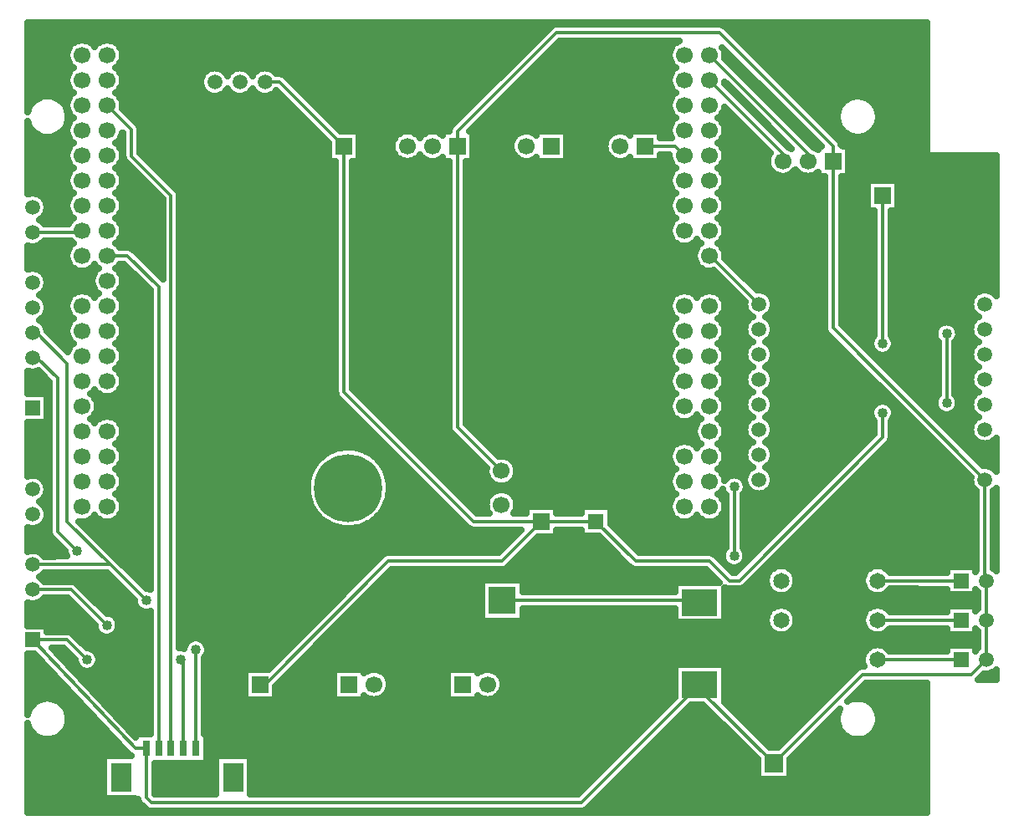
<source format=gtl>
G04 DipTrace 3.0.0.2*
G04 Top.gtl*
%MOIN*%
G04 #@! TF.FileFunction,Copper,L1,Top*
G04 #@! TF.Part,Single*
G04 #@! TA.AperFunction,Conductor*
%ADD13C,0.012992*%
G04 #@! TA.AperFunction,CopperBalancing*
%ADD14C,0.025*%
G04 #@! TA.AperFunction,ComponentPad*
%ADD16C,0.066929*%
%ADD17R,0.072835X0.072835*%
%ADD18C,0.072835*%
%ADD19R,0.062992X0.062992*%
%ADD20C,0.062992*%
%ADD21C,0.059055*%
%ADD22R,0.059055X0.059055*%
%ADD23R,0.141732X0.106299*%
G04 #@! TA.AperFunction,ComponentPad*
%ADD24R,0.110236X0.110236*%
%ADD25C,0.110236*%
%ADD26R,0.066929X0.066929*%
%ADD27C,0.059055*%
%ADD28R,0.031496X0.062992*%
%ADD29R,0.082677X0.11811*%
G04 #@! TA.AperFunction,ComponentPad*
%ADD30C,0.271654*%
%ADD31C,0.064961*%
G04 #@! TA.AperFunction,ViaPad*
%ADD32C,0.04*%
%FSLAX26Y26*%
G04*
G70*
G90*
G75*
G01*
G04 Top*
%LPD*%
X2716535Y551181D2*
D13*
Y531496D1*
X3011811Y236220D1*
X59055Y728346D2*
X467520Y295276D1*
X511811D1*
X3248031Y2637795D2*
Y1971654D1*
X3852756Y1366929D1*
X1751969Y2696850D2*
Y1576378D1*
X1926772Y1401575D1*
X59055Y728346D2*
X196850D1*
X275591Y649606D1*
X511811Y295276D2*
Y98425D1*
X531496Y78740D1*
X2244094D1*
X2716535Y551181D1*
X3852756Y1366929D2*
Y970079D1*
X3858268Y964567D1*
Y807087D1*
Y649606D1*
X3011811Y236220D2*
X3366142Y590551D1*
X3799213D1*
X3858268Y649606D1*
X1751969Y2696850D2*
Y2755906D1*
X2145669Y3149606D1*
X2795276D1*
X3248031Y2696850D1*
Y2637795D1*
X2500000Y2696850D2*
X2618898D1*
X2655906Y2659843D1*
X1929134Y885827D2*
X2708661D1*
X2716535Y877953D1*
X355906Y2259843D2*
X437008D1*
X561024Y2135827D1*
Y295276D1*
X610236D2*
Y2500000D1*
X452756Y2657480D1*
Y2762992D1*
X355906Y2859843D1*
X3700787Y1948819D2*
Y1673228D1*
X708661Y688976D2*
Y295276D1*
X59055Y1953543D2*
X74016D1*
X196850Y1830709D1*
Y1200787D1*
X369291Y1028346D1*
X511811Y885827D1*
X59055Y1028346D2*
X369291D1*
X659449Y295276D2*
Y649606D1*
X649606D1*
X59055Y928346D2*
X213386D1*
X354331Y787402D1*
X59055Y1853543D2*
X75591D1*
X157480Y1771654D1*
Y1161417D1*
X236220Y1082677D1*
X2854331Y1338583D2*
Y1062992D1*
X964567Y551181D2*
X984252D1*
X1476378Y1043307D1*
X1929134D1*
X2086614Y1200787D1*
X2303150D2*
X2322835D1*
X2086614D2*
X2303150D1*
X3444882Y2500000D2*
Y1909449D1*
X984252Y2952756D2*
X1043307D1*
X1299213Y2696850D1*
X3444882Y1633858D2*
Y1535433D1*
X2874016Y964567D1*
X2834646D1*
X2755906Y1043307D1*
X2460630D1*
X2303150Y1200787D1*
X2086614D2*
X1814609D1*
X1299213Y1716184D1*
Y2696850D1*
X59055Y2353543D2*
X249606D1*
X255906Y2359843D1*
X2755906Y2259843D2*
X2759843D1*
X2952756Y2066929D1*
X3148031Y2637795D2*
Y2667717D1*
X2755906Y3059843D1*
X3048031Y2637795D2*
Y2667717D1*
X2755906Y2959843D1*
X3425197Y964567D2*
X3758268D1*
X3425197Y807087D2*
X3758268D1*
X3425197Y649606D2*
X3758268D1*
D32*
X3444882Y1909449D3*
Y1633858D3*
X2854331Y1062992D3*
Y1338583D3*
X649606Y649606D3*
X708661Y688976D3*
X3700787Y1948819D3*
Y1673228D3*
X354331Y787402D3*
X511811Y885827D3*
X275591Y649606D3*
X236220Y1082677D3*
X40984Y3164993D2*
D14*
X2111937D1*
X2829046D2*
X3620433D1*
X40984Y3140125D2*
X2087034D1*
X2853899D2*
X3620433D1*
X40984Y3115256D2*
X230491D1*
X281291D2*
X330491D1*
X381291D2*
X2062181D1*
X2160442D2*
X2630491D1*
X2878753D2*
X3620433D1*
X40984Y3090387D2*
X201829D1*
X410003D2*
X2037327D1*
X2135589D2*
X2601829D1*
X2903606D2*
X3620433D1*
X40984Y3065518D2*
X193723D1*
X418109D2*
X2012425D1*
X2110735D2*
X2593723D1*
X2818109D2*
X2830220D1*
X2928509D2*
X3620433D1*
X40984Y3040650D2*
X196605D1*
X415227D2*
X1987571D1*
X2085833D2*
X2596605D1*
X2824211D2*
X2855101D1*
X2953362D2*
X3620433D1*
X40984Y3015781D2*
X212766D1*
X399066D2*
X1962718D1*
X2060979D2*
X2612766D1*
X2849114D2*
X2879954D1*
X2978215D2*
X3620433D1*
X40984Y2990912D2*
X202122D1*
X409661D2*
X740745D1*
X827776D2*
X840745D1*
X927776D2*
X940745D1*
X1027776D2*
X1937864D1*
X2036126D2*
X2602122D1*
X2873967D2*
X2904857D1*
X3003118D2*
X3620433D1*
X40984Y2966043D2*
X193773D1*
X418059D2*
X727318D1*
X1079143D2*
X1912962D1*
X2011223D2*
X2593773D1*
X2898822D2*
X2929710D1*
X3027971D2*
X3620433D1*
X40984Y2941175D2*
X196409D1*
X415374D2*
X726927D1*
X1104046D2*
X1888109D1*
X1986370D2*
X2596409D1*
X2923723D2*
X2954563D1*
X3052825D2*
X3620433D1*
X40984Y2916306D2*
X212181D1*
X399651D2*
X739231D1*
X829290D2*
X839175D1*
X929290D2*
X939175D1*
X1128899D2*
X1863255D1*
X1961517D2*
X2612181D1*
X2948577D2*
X2979466D1*
X3077727D2*
X3620433D1*
X40984Y2891437D2*
X87375D1*
X148870D2*
X202463D1*
X409367D2*
X1055491D1*
X1153753D2*
X1838353D1*
X1936614D2*
X2602463D1*
X2973430D2*
X3004319D1*
X3102581D2*
X3315696D1*
X3377190D2*
X3620433D1*
X40984Y2866568D2*
X52513D1*
X183734D2*
X193816D1*
X417962D2*
X1080345D1*
X1178606D2*
X1813499D1*
X1911761D2*
X2593822D1*
X2998333D2*
X3029173D1*
X3127434D2*
X3280833D1*
X3412054D2*
X3620433D1*
X423186Y2841699D2*
X1105247D1*
X1203509D2*
X1788646D1*
X1886907D2*
X2596262D1*
X2815570D2*
X2824925D1*
X3023186D2*
X3054026D1*
X3152337D2*
X3266917D1*
X3425970D2*
X3620433D1*
X202142Y2816831D2*
X211643D1*
X448039D2*
X1130101D1*
X1228362D2*
X1763743D1*
X1862005D2*
X2611643D1*
X2800189D2*
X2849778D1*
X3048039D2*
X3078929D1*
X3177190D2*
X3262474D1*
X3430462D2*
X3620433D1*
X472942Y2791962D2*
X1154954D1*
X1253215D2*
X1738890D1*
X1837151D2*
X2602757D1*
X2809026D2*
X2874631D1*
X3072942D2*
X3103782D1*
X3202043D2*
X3265745D1*
X3427190D2*
X3620433D1*
X40984Y2767093D2*
X49631D1*
X487982D2*
X1179857D1*
X1278118D2*
X1718430D1*
X1812298D2*
X2593870D1*
X2817913D2*
X2899534D1*
X3097795D2*
X3128635D1*
X3226946D2*
X3277951D1*
X3414934D2*
X3620433D1*
X40984Y2742224D2*
X78782D1*
X157415D2*
X196115D1*
X488226D2*
X1204710D1*
X1361663D2*
X1510276D1*
X1593646D2*
X1610243D1*
X1814446D2*
X1984299D1*
X2188421D2*
X2358323D1*
X2562444D2*
X2596115D1*
X2815715D2*
X2924387D1*
X3122650D2*
X3153538D1*
X3251799D2*
X3307151D1*
X3385783D2*
X3620433D1*
X40984Y2717356D2*
X211106D1*
X400726D2*
X417259D1*
X488226D2*
X1229563D1*
X1361663D2*
X1493138D1*
X1814446D2*
X1967161D1*
X2188421D2*
X2341135D1*
X2800726D2*
X2949241D1*
X3147503D2*
X3178391D1*
X3276360D2*
X3620433D1*
X40984Y2692487D2*
X203098D1*
X408685D2*
X417259D1*
X488226D2*
X1236741D1*
X1361663D2*
X1489671D1*
X1814446D2*
X1963694D1*
X2188421D2*
X2337718D1*
X2808685D2*
X2974143D1*
X3175091D2*
X3185580D1*
X3310491D2*
X3620433D1*
X40984Y2667618D2*
X193967D1*
X491741D2*
X1236741D1*
X1361663D2*
X1497142D1*
X1814446D2*
X1971115D1*
X2188421D2*
X2345139D1*
X2817864D2*
X2993528D1*
X3310491D2*
X3620433D1*
X40984Y2642749D2*
X195921D1*
X516643D2*
X1236741D1*
X1361663D2*
X1523606D1*
X1580315D2*
X1623606D1*
X1680315D2*
X1689479D1*
X1814446D2*
X1997630D1*
X2054339D2*
X2063534D1*
X2188421D2*
X2371654D1*
X2428362D2*
X2437522D1*
X2562444D2*
X2595921D1*
X2815862D2*
X2985765D1*
X3310491D2*
X3896018D1*
X40984Y2617881D2*
X210570D1*
X401214D2*
X443235D1*
X541497D2*
X1263743D1*
X1334710D2*
X1716478D1*
X1787444D2*
X2610570D1*
X2801214D2*
X2988987D1*
X3310491D2*
X3896018D1*
X40984Y2593012D2*
X203441D1*
X408343D2*
X468089D1*
X566350D2*
X1263743D1*
X1334710D2*
X1716478D1*
X1787444D2*
X2603441D1*
X2808343D2*
X3005686D1*
X3090374D2*
X3105686D1*
X3310491D2*
X3896018D1*
X40984Y2568143D2*
X194017D1*
X417766D2*
X492942D1*
X591203D2*
X1263743D1*
X1334710D2*
X1716478D1*
X1787444D2*
X2594017D1*
X2817766D2*
X3212571D1*
X3283490D2*
X3896018D1*
X40984Y2543274D2*
X195774D1*
X416009D2*
X517845D1*
X616106D2*
X1263743D1*
X1334710D2*
X1716478D1*
X1787444D2*
X2595774D1*
X2816009D2*
X3212571D1*
X3283490D2*
X3382444D1*
X3507318D2*
X3896018D1*
X40984Y2518406D2*
X210081D1*
X401751D2*
X542698D1*
X640081D2*
X1263743D1*
X1334710D2*
X1716478D1*
X1787444D2*
X2610081D1*
X2801751D2*
X3212571D1*
X3283490D2*
X3382444D1*
X3507318D2*
X3896018D1*
X100774Y2493537D2*
X203831D1*
X408001D2*
X567551D1*
X645696D2*
X1263743D1*
X1334710D2*
X1716478D1*
X1787444D2*
X2603831D1*
X2808001D2*
X3212571D1*
X3283490D2*
X3382444D1*
X3507318D2*
X3896018D1*
X115471Y2468668D2*
X194114D1*
X417718D2*
X574778D1*
X645696D2*
X1263743D1*
X1334710D2*
X1716478D1*
X1787444D2*
X2594114D1*
X2817718D2*
X3212571D1*
X3283490D2*
X3382444D1*
X3507318D2*
X3896018D1*
X116741Y2443799D2*
X195627D1*
X416155D2*
X574778D1*
X645696D2*
X1263743D1*
X1334710D2*
X1716478D1*
X1787444D2*
X2595627D1*
X2816155D2*
X3212571D1*
X3283490D2*
X3382444D1*
X3507318D2*
X3896018D1*
X105609Y2418930D2*
X209593D1*
X402239D2*
X574778D1*
X645696D2*
X1263743D1*
X1334710D2*
X1716478D1*
X1787444D2*
X2609593D1*
X2802239D2*
X3212571D1*
X3283490D2*
X3409398D1*
X3480364D2*
X3896018D1*
X100238Y2394062D2*
X204173D1*
X407659D2*
X574778D1*
X645696D2*
X1263743D1*
X1334710D2*
X1716478D1*
X1787444D2*
X2604173D1*
X2807659D2*
X3212571D1*
X3283490D2*
X3409398D1*
X3480364D2*
X3896018D1*
X417619Y2369193D2*
X574778D1*
X645696D2*
X1263743D1*
X1334710D2*
X1716478D1*
X1787444D2*
X2594163D1*
X2817619D2*
X3212571D1*
X3283490D2*
X3409398D1*
X3480364D2*
X3896018D1*
X416302Y2344324D2*
X574778D1*
X645696D2*
X1263743D1*
X1334710D2*
X1716478D1*
X1787444D2*
X2595482D1*
X2816302D2*
X3212571D1*
X3283490D2*
X3409398D1*
X3480364D2*
X3896018D1*
X105999Y2319455D2*
X209105D1*
X402727D2*
X574778D1*
X645696D2*
X1263743D1*
X1334710D2*
X1716478D1*
X1787444D2*
X2609105D1*
X2802727D2*
X3212571D1*
X3283490D2*
X3409398D1*
X3480364D2*
X3896018D1*
X40984Y2294587D2*
X204563D1*
X407269D2*
X574778D1*
X645696D2*
X1263743D1*
X1334710D2*
X1716478D1*
X1787444D2*
X2704563D1*
X2807269D2*
X3212571D1*
X3283490D2*
X3409398D1*
X3480364D2*
X3896018D1*
X40984Y2269718D2*
X194261D1*
X476262D2*
X574778D1*
X645696D2*
X1263743D1*
X1334710D2*
X1716478D1*
X1787444D2*
X2694261D1*
X2817522D2*
X3212571D1*
X3283490D2*
X3409398D1*
X3480364D2*
X3896018D1*
X40984Y2244849D2*
X195335D1*
X501115D2*
X574778D1*
X645696D2*
X1263743D1*
X1334710D2*
X1716478D1*
X1787444D2*
X2695335D1*
X2823967D2*
X3212571D1*
X3283490D2*
X3409398D1*
X3480364D2*
X3896018D1*
X40984Y2219980D2*
X208615D1*
X403215D2*
X427757D1*
X526018D2*
X574778D1*
X645696D2*
X1263743D1*
X1334710D2*
X1716478D1*
X1787444D2*
X2708615D1*
X2848822D2*
X3212571D1*
X3283490D2*
X3409398D1*
X3480364D2*
X3896018D1*
X99114Y2195112D2*
X304906D1*
X406878D2*
X452610D1*
X550871D2*
X574778D1*
X645696D2*
X1263743D1*
X1334710D2*
X1716478D1*
X1787444D2*
X2775462D1*
X2873723D2*
X3212571D1*
X3283490D2*
X3409398D1*
X3480364D2*
X3896018D1*
X115031Y2170243D2*
X294358D1*
X417474D2*
X477463D1*
X645696D2*
X1263743D1*
X1334710D2*
X1716478D1*
X1787444D2*
X2800315D1*
X2898577D2*
X3212571D1*
X3283490D2*
X3409398D1*
X3480364D2*
X3896018D1*
X116986Y2145374D2*
X295238D1*
X416594D2*
X502366D1*
X645696D2*
X1263743D1*
X1334710D2*
X1716478D1*
X1787444D2*
X2825169D1*
X2923430D2*
X3212571D1*
X3283490D2*
X3409398D1*
X3480364D2*
X3896018D1*
X106780Y2120505D2*
X308177D1*
X403655D2*
X525559D1*
X645696D2*
X1263743D1*
X1334710D2*
X1716478D1*
X1787444D2*
X2850022D1*
X2971623D2*
X3212571D1*
X3283490D2*
X3409398D1*
X3480364D2*
X3833909D1*
X3871623D2*
X3896018D1*
X98528Y2095636D2*
X205295D1*
X406487D2*
X525559D1*
X645696D2*
X1263743D1*
X1334710D2*
X1716478D1*
X1787444D2*
X2605295D1*
X2806487D2*
X2874925D1*
X3003362D2*
X3212571D1*
X3283490D2*
X3409398D1*
X3480364D2*
X3802171D1*
X114837Y2070768D2*
X194455D1*
X417375D2*
X525559D1*
X645696D2*
X1263743D1*
X1334710D2*
X1716478D1*
X1787444D2*
X2594455D1*
X2817375D2*
X2894358D1*
X3011126D2*
X3212571D1*
X3283490D2*
X3409398D1*
X3480364D2*
X3794358D1*
X117034Y2045899D2*
X195091D1*
X416741D2*
X525559D1*
X645696D2*
X1263743D1*
X1334710D2*
X1716478D1*
X1787444D2*
X2595091D1*
X2816741D2*
X2898314D1*
X3007171D2*
X3212571D1*
X3283490D2*
X3409398D1*
X3480364D2*
X3798314D1*
X107171Y2021030D2*
X207689D1*
X404094D2*
X525559D1*
X645696D2*
X1263743D1*
X1334710D2*
X1716478D1*
X1787444D2*
X2607689D1*
X2804094D2*
X2918138D1*
X2987395D2*
X3212571D1*
X3283490D2*
X3409398D1*
X3480364D2*
X3818138D1*
X97894Y1996161D2*
X205686D1*
X406097D2*
X525559D1*
X645696D2*
X1263743D1*
X1334710D2*
X1716478D1*
X1787444D2*
X2605686D1*
X2806097D2*
X2902463D1*
X3003021D2*
X3212571D1*
X3283490D2*
X3409398D1*
X3480364D2*
X3802463D1*
X114690Y1971293D2*
X194554D1*
X417278D2*
X525559D1*
X645696D2*
X1263743D1*
X1334710D2*
X1716478D1*
X1787444D2*
X2594554D1*
X2817278D2*
X2894407D1*
X3011126D2*
X3212571D1*
X3297503D2*
X3409398D1*
X3480364D2*
X3657591D1*
X3743987D2*
X3794407D1*
X130266Y1946424D2*
X194993D1*
X416839D2*
X525559D1*
X645696D2*
X1263743D1*
X1334710D2*
X1716478D1*
X1787444D2*
X2594993D1*
X2816839D2*
X2898118D1*
X3007366D2*
X3224143D1*
X3322406D2*
X3409398D1*
X3480364D2*
X3651878D1*
X3749699D2*
X3798118D1*
X155119Y1921555D2*
X207249D1*
X404534D2*
X525559D1*
X645696D2*
X1263743D1*
X1334710D2*
X1716478D1*
X1787444D2*
X2607249D1*
X2804534D2*
X2917406D1*
X2988127D2*
X3248997D1*
X3347259D2*
X3397483D1*
X3492278D2*
X3660618D1*
X3740959D2*
X3817406D1*
X180022Y1896686D2*
X206126D1*
X405706D2*
X525559D1*
X645696D2*
X1263743D1*
X1334710D2*
X1716478D1*
X1787444D2*
X2606126D1*
X2805706D2*
X2902806D1*
X3002727D2*
X3273850D1*
X3372112D2*
X3397678D1*
X3492083D2*
X3665306D1*
X3736273D2*
X3802806D1*
X417131Y1871818D2*
X525559D1*
X645696D2*
X1263743D1*
X1334710D2*
X1716478D1*
X1787444D2*
X2594651D1*
X2817131D2*
X2894455D1*
X3011077D2*
X3298753D1*
X3397014D2*
X3415062D1*
X3474699D2*
X3665306D1*
X3736273D2*
X3794455D1*
X416937Y1846949D2*
X525559D1*
X645696D2*
X1263743D1*
X1334710D2*
X1716478D1*
X1787444D2*
X2594846D1*
X2816937D2*
X2897923D1*
X3007610D2*
X3323606D1*
X3421867D2*
X3665306D1*
X3736273D2*
X3797923D1*
X404974Y1822080D2*
X525559D1*
X645696D2*
X1263743D1*
X1334710D2*
X1716478D1*
X1787444D2*
X2606858D1*
X2804974D2*
X2916673D1*
X2988811D2*
X3348459D1*
X3446722D2*
X3665306D1*
X3736273D2*
X3816673D1*
X40984Y1797211D2*
X82786D1*
X405315D2*
X525559D1*
X645696D2*
X1263743D1*
X1334710D2*
X1716478D1*
X1787444D2*
X2606517D1*
X2805315D2*
X2903147D1*
X3002386D2*
X3373362D1*
X3471623D2*
X3665306D1*
X3736273D2*
X3803147D1*
X40984Y1772343D2*
X107639D1*
X417034D2*
X525559D1*
X645696D2*
X1263743D1*
X1334710D2*
X1716478D1*
X1787444D2*
X2594749D1*
X2817034D2*
X2894505D1*
X3011028D2*
X3398215D1*
X3496478D2*
X3665306D1*
X3736273D2*
X3794505D1*
X40984Y1747474D2*
X121995D1*
X417083D2*
X525559D1*
X645696D2*
X1263743D1*
X1334710D2*
X1716478D1*
X1787444D2*
X2594749D1*
X2817083D2*
X2897727D1*
X3007806D2*
X3423070D1*
X3521331D2*
X3665306D1*
X3736273D2*
X3797727D1*
X40984Y1722605D2*
X121995D1*
X405413D2*
X525559D1*
X645696D2*
X1263743D1*
X1341937D2*
X1716478D1*
X1787444D2*
X2606419D1*
X2805413D2*
X2915990D1*
X2989495D2*
X3447923D1*
X3546234D2*
X3665306D1*
X3736273D2*
X3815990D1*
X304875Y1697736D2*
X525559D1*
X645696D2*
X1269358D1*
X1366790D2*
X1716478D1*
X1787444D2*
X2606955D1*
X2804875D2*
X2903490D1*
X3002043D2*
X3472825D1*
X3571087D2*
X3658762D1*
X3742815D2*
X3803490D1*
X316937Y1672867D2*
X525559D1*
X645696D2*
X1293382D1*
X1391643D2*
X1716478D1*
X1787444D2*
X2594895D1*
X2816937D2*
X2894554D1*
X3010979D2*
X3417112D1*
X3472698D2*
X3497678D1*
X3595941D2*
X3651780D1*
X3749798D2*
X3794554D1*
X317181Y1647999D2*
X525559D1*
X645696D2*
X1318283D1*
X1416546D2*
X1716478D1*
X1787444D2*
X2594651D1*
X2817181D2*
X2897531D1*
X3008001D2*
X3398070D1*
X3491693D2*
X3522531D1*
X3620843D2*
X3659251D1*
X3742327D2*
X3797531D1*
X305803Y1623130D2*
X525559D1*
X645696D2*
X1343138D1*
X1441399D2*
X1716478D1*
X1787444D2*
X2605979D1*
X2805803D2*
X2915354D1*
X2990178D2*
X3397142D1*
X3492619D2*
X3547434D1*
X3645696D2*
X3815354D1*
X404437Y1598261D2*
X525559D1*
X645696D2*
X1367991D1*
X1466253D2*
X1716478D1*
X1787444D2*
X2707395D1*
X2804437D2*
X2903831D1*
X3001702D2*
X3409398D1*
X3480364D2*
X3572287D1*
X3670550D2*
X3803831D1*
X40984Y1573392D2*
X121995D1*
X416790D2*
X525559D1*
X645696D2*
X1392894D1*
X1491155D2*
X1716623D1*
X1804094D2*
X2694993D1*
X2816790D2*
X2894602D1*
X3010882D2*
X3409398D1*
X3480364D2*
X3597142D1*
X3695403D2*
X3794602D1*
X40984Y1548524D2*
X121995D1*
X417278D2*
X525559D1*
X645696D2*
X1417747D1*
X1516009D2*
X1730686D1*
X1828948D2*
X2694505D1*
X2817278D2*
X2897337D1*
X3008147D2*
X3408860D1*
X3480364D2*
X3622043D1*
X3720306D2*
X3797337D1*
X40984Y1523655D2*
X121995D1*
X406194D2*
X525559D1*
X645696D2*
X1442601D1*
X1540862D2*
X1755539D1*
X1853802D2*
X2705589D1*
X2806194D2*
X2914671D1*
X2990814D2*
X3383958D1*
X3478167D2*
X3646898D1*
X3745159D2*
X3814671D1*
X40984Y1498786D2*
X121995D1*
X403997D2*
X525559D1*
X645696D2*
X1467454D1*
X1565765D2*
X1780442D1*
X1878703D2*
X2607835D1*
X2803997D2*
X2904173D1*
X3001311D2*
X3359105D1*
X3457366D2*
X3671751D1*
X3770013D2*
X3896018D1*
X40984Y1473917D2*
X121995D1*
X416693D2*
X525559D1*
X645696D2*
X1230638D1*
X1402386D2*
X1492357D1*
X1590618D2*
X1805295D1*
X1903558D2*
X2595139D1*
X2816693D2*
X2894651D1*
X3010833D2*
X3334251D1*
X3432513D2*
X3696654D1*
X3794915D2*
X3896018D1*
X40984Y1449049D2*
X121995D1*
X417375D2*
X525559D1*
X645696D2*
X1198850D1*
X1434123D2*
X1517210D1*
X1615471D2*
X1830150D1*
X1965911D2*
X2594407D1*
X2817375D2*
X2897190D1*
X3008343D2*
X3309349D1*
X3407610D2*
X3721507D1*
X3819769D2*
X3896018D1*
X40984Y1424180D2*
X121995D1*
X406585D2*
X525559D1*
X645696D2*
X1178587D1*
X1454387D2*
X1542063D1*
X1640374D2*
X1855051D1*
X1984807D2*
X2605198D1*
X2806585D2*
X2914035D1*
X2991448D2*
X3284495D1*
X3382757D2*
X3746360D1*
X3844622D2*
X3896018D1*
X40984Y1399311D2*
X121995D1*
X403558D2*
X525559D1*
X645696D2*
X1165110D1*
X1467864D2*
X1566966D1*
X1665227D2*
X1864378D1*
X1989202D2*
X2608274D1*
X2803558D2*
X2904563D1*
X3000970D2*
X3259642D1*
X3357903D2*
X3771262D1*
X93402Y1374442D2*
X121995D1*
X416546D2*
X525559D1*
X645696D2*
X1156614D1*
X1476360D2*
X1591819D1*
X1690081D2*
X1870823D1*
X1982757D2*
X2595238D1*
X2886419D2*
X2894718D1*
X3010783D2*
X3234739D1*
X3333001D2*
X3794749D1*
X113421Y1349573D2*
X121984D1*
X417474D2*
X525559D1*
X645696D2*
X1152366D1*
X1480609D2*
X1616673D1*
X1714934D2*
X1894407D1*
X1959123D2*
X2594358D1*
X3008538D2*
X3209886D1*
X3308147D2*
X3796995D1*
X406975Y1324705D2*
X525559D1*
X645696D2*
X1151975D1*
X1480999D2*
X1641575D1*
X1739837D2*
X1905638D1*
X1947894D2*
X2604807D1*
X2901214D2*
X2913450D1*
X2992083D2*
X3185031D1*
X3283294D2*
X3813450D1*
X109759Y1299836D2*
X121984D1*
X403070D2*
X525559D1*
X645696D2*
X1155442D1*
X1477531D2*
X1666429D1*
X1764690D2*
X1873655D1*
X1979875D2*
X2608714D1*
X2803070D2*
X2818870D1*
X2889787D2*
X3160130D1*
X3258441D2*
X3817259D1*
X3888226D2*
X3896010D1*
X92619Y1274967D2*
X121995D1*
X416399D2*
X525559D1*
X645696D2*
X1163059D1*
X1469963D2*
X1691282D1*
X1789543D2*
X1864769D1*
X1988811D2*
X2595383D1*
X2889787D2*
X3135276D1*
X3233538D2*
X3817259D1*
X3888226D2*
X3896010D1*
X113177Y1250098D2*
X122020D1*
X417571D2*
X525559D1*
X645696D2*
X1175413D1*
X1457562D2*
X1716185D1*
X1814446D2*
X1866966D1*
X1986566D2*
X2024143D1*
X2149066D2*
X2242650D1*
X2363615D2*
X2594261D1*
X2889787D2*
X3110423D1*
X3208685D2*
X3817259D1*
X3888226D2*
X3896010D1*
X407366Y1225230D2*
X525559D1*
X645696D2*
X1194114D1*
X1438909D2*
X1741038D1*
X2363615D2*
X2604466D1*
X2807366D2*
X2818823D1*
X2889787D2*
X3085521D1*
X3183831D2*
X3817259D1*
X3888226D2*
X3896010D1*
X110101Y1200361D2*
X122012D1*
X265959D2*
X345871D1*
X365955D2*
X525559D1*
X645696D2*
X1222825D1*
X1410198D2*
X1765891D1*
X2363615D2*
X2645871D1*
X2665955D2*
X2745871D1*
X2765955D2*
X2818870D1*
X2889787D2*
X3060667D1*
X3158929D2*
X3817259D1*
X3888226D2*
X3896010D1*
X80119Y1175492D2*
X121995D1*
X271282D2*
X525559D1*
X645696D2*
X1282102D1*
X1350871D2*
X1790941D1*
X2377581D2*
X2818870D1*
X2889787D2*
X3035814D1*
X3134075D2*
X3817259D1*
X3888226D2*
X3896010D1*
X40984Y1150623D2*
X123802D1*
X296135D2*
X525559D1*
X645696D2*
X1987327D1*
X2149066D2*
X2242650D1*
X2402434D2*
X2818870D1*
X2889787D2*
X3010959D1*
X3109222D2*
X3817259D1*
X3888226D2*
X3896010D1*
X40984Y1125755D2*
X144017D1*
X321038D2*
X525559D1*
X645696D2*
X1962425D1*
X2060735D2*
X2329026D1*
X2427337D2*
X2818870D1*
X2889787D2*
X2986058D1*
X3084319D2*
X3817259D1*
X3888226D2*
X3896010D1*
X40984Y1100886D2*
X168870D1*
X345891D2*
X525559D1*
X645696D2*
X1937571D1*
X2035833D2*
X2353929D1*
X2452190D2*
X2818870D1*
X2889787D2*
X2961203D1*
X3059466D2*
X3817259D1*
X3888226D2*
X3896010D1*
X90959Y1076017D2*
X187718D1*
X370745D2*
X525559D1*
X645696D2*
X1469699D1*
X2010979D2*
X2378782D1*
X2762591D2*
X2807199D1*
X2901458D2*
X2936350D1*
X3034612D2*
X3817259D1*
X3888226D2*
X3896010D1*
X395647Y1051148D2*
X525559D1*
X645696D2*
X1435081D1*
X1986126D2*
X2403635D1*
X2797210D2*
X2806841D1*
X2901799D2*
X2911448D1*
X3009710D2*
X3817259D1*
X3888226D2*
X3896010D1*
X420501Y1026280D2*
X525559D1*
X645696D2*
X1410227D1*
X1961223D2*
X2428538D1*
X2984857D2*
X3817259D1*
X3888226D2*
X3896010D1*
X445354Y1001411D2*
X525559D1*
X645696D2*
X1385325D1*
X1483635D2*
X2748655D1*
X2846917D2*
X2861741D1*
X2960003D2*
X2992795D1*
X3089886D2*
X3376634D1*
X3473723D2*
X3699730D1*
X90130Y976542D2*
X371946D1*
X470207D2*
X525559D1*
X645696D2*
X1360471D1*
X1458734D2*
X2773558D1*
X2935101D2*
X2981077D1*
X3101605D2*
X3364963D1*
X239202Y951673D2*
X396849D1*
X495110D2*
X525559D1*
X645696D2*
X1335618D1*
X1433879D2*
X1845042D1*
X2013226D2*
X2616673D1*
X2910247D2*
X2981273D1*
X3101360D2*
X3365159D1*
X264055Y926804D2*
X421702D1*
X645696D2*
X1310765D1*
X1409026D2*
X1845042D1*
X2013226D2*
X2616673D1*
X2816399D2*
X2993528D1*
X3089154D2*
X3377415D1*
X3472991D2*
X3699730D1*
X288909Y901936D2*
X446555D1*
X645696D2*
X1285862D1*
X1384123D2*
X1845042D1*
X2816399D2*
X3822776D1*
X84123Y877067D2*
X215550D1*
X313811D2*
X463646D1*
X645696D2*
X1261009D1*
X1359270D2*
X1845042D1*
X2816399D2*
X3822776D1*
X40984Y852198D2*
X240403D1*
X338665D2*
X477219D1*
X645696D2*
X1236155D1*
X1334417D2*
X1845042D1*
X2013226D2*
X2616673D1*
X2816399D2*
X3000853D1*
X3081829D2*
X3384690D1*
X3465667D2*
X3699730D1*
X40984Y827329D2*
X265257D1*
X380657D2*
X525559D1*
X645696D2*
X1211253D1*
X1309514D2*
X1845042D1*
X2013226D2*
X2616673D1*
X2816399D2*
X2983470D1*
X3099211D2*
X3367307D1*
X40984Y802461D2*
X290159D1*
X400823D2*
X525559D1*
X645696D2*
X1186399D1*
X1284661D2*
X2616673D1*
X2816399D2*
X2980051D1*
X3102630D2*
X3363890D1*
X117571Y777592D2*
X306370D1*
X402287D2*
X525559D1*
X645696D2*
X1161546D1*
X1259807D2*
X2987766D1*
X3094915D2*
X3371654D1*
X221575Y752723D2*
X320871D1*
X387786D2*
X525559D1*
X645696D2*
X1136643D1*
X1234906D2*
X3015990D1*
X3066693D2*
X3399827D1*
X3450530D2*
X3699730D1*
X246478Y727854D2*
X525559D1*
X645696D2*
X680686D1*
X736663D2*
X1111790D1*
X1210051D2*
X3822776D1*
X271331Y702986D2*
X525559D1*
X645696D2*
X661839D1*
X755510D2*
X1086937D1*
X1185198D2*
X3397630D1*
X3452776D2*
X3699730D1*
X154241Y678117D2*
X197923D1*
X314837D2*
X525559D1*
X756390D2*
X1062034D1*
X1160345D2*
X3371067D1*
X40984Y653248D2*
X82054D1*
X177727D2*
X222825D1*
X324455D2*
X525559D1*
X744134D2*
X1037181D1*
X1135442D2*
X3363841D1*
X40984Y628379D2*
X105491D1*
X201165D2*
X231711D1*
X319475D2*
X525559D1*
X744134D2*
X1012327D1*
X1110589D2*
X2616673D1*
X2816399D2*
X3367698D1*
X40984Y603510D2*
X128978D1*
X224602D2*
X267014D1*
X284130D2*
X525559D1*
X744134D2*
X902122D1*
X1085735D2*
X1256419D1*
X1450677D2*
X1709202D1*
X1903411D2*
X2616673D1*
X2816399D2*
X3329954D1*
X40984Y578642D2*
X152415D1*
X248089D2*
X525559D1*
X744134D2*
X902122D1*
X1060833D2*
X1256419D1*
X1474699D2*
X1709202D1*
X1927434D2*
X2616673D1*
X2816399D2*
X3305101D1*
X3836419D2*
X3896018D1*
X40984Y553773D2*
X175902D1*
X271526D2*
X525559D1*
X744134D2*
X902122D1*
X1035979D2*
X1256419D1*
X1481291D2*
X1709202D1*
X1934075D2*
X2616673D1*
X2816399D2*
X3280247D1*
X3378509D2*
X3620433D1*
X40984Y528904D2*
X199339D1*
X295013D2*
X525559D1*
X744134D2*
X902122D1*
X1027043D2*
X1256419D1*
X1477043D2*
X1709202D1*
X1929827D2*
X2616673D1*
X2816399D2*
X3255345D1*
X3353606D2*
X3620433D1*
X40984Y504035D2*
X222776D1*
X318450D2*
X525559D1*
X744134D2*
X902122D1*
X1027043D2*
X1256419D1*
X1458441D2*
X1709202D1*
X1911175D2*
X2616673D1*
X2816399D2*
X3230491D1*
X3328753D2*
X3620433D1*
X40984Y479167D2*
X67454D1*
X168791D2*
X246262D1*
X341887D2*
X525559D1*
X744134D2*
X2595383D1*
X2818010D2*
X3205638D1*
X3397112D2*
X3620433D1*
X191106Y454298D2*
X269699D1*
X365374D2*
X525559D1*
X744134D2*
X2570530D1*
X2668791D2*
X2744602D1*
X2842864D2*
X3180735D1*
X3419475D2*
X3620433D1*
X200530Y429429D2*
X293138D1*
X388811D2*
X525559D1*
X744134D2*
X2545627D1*
X2643938D2*
X2769455D1*
X2867718D2*
X3155882D1*
X3254143D2*
X3264024D1*
X3428899D2*
X3620433D1*
X201654Y404560D2*
X316623D1*
X412249D2*
X525559D1*
X744134D2*
X2520774D1*
X2619035D2*
X2794358D1*
X2892619D2*
X3131028D1*
X3229290D2*
X3262913D1*
X3430022D2*
X3620433D1*
X194866Y379692D2*
X340062D1*
X435735D2*
X525559D1*
X744134D2*
X2495921D1*
X2594182D2*
X2819211D1*
X2917474D2*
X3106126D1*
X3204437D2*
X3269699D1*
X3423186D2*
X3620433D1*
X40984Y354823D2*
X58909D1*
X177337D2*
X363547D1*
X459173D2*
X525559D1*
X744134D2*
X2471067D1*
X2569329D2*
X2844066D1*
X2942327D2*
X3081273D1*
X3179534D2*
X3287230D1*
X3405657D2*
X3620433D1*
X40984Y329954D2*
X386986D1*
X753411D2*
X2446165D1*
X2544427D2*
X2868967D1*
X2967230D2*
X3056419D1*
X3154681D2*
X3620433D1*
X40984Y305085D2*
X410423D1*
X753411D2*
X2421311D1*
X2519573D2*
X2893822D1*
X2992083D2*
X3031566D1*
X3129827D2*
X3620433D1*
X40984Y280217D2*
X433909D1*
X753411D2*
X2396458D1*
X2494719D2*
X2918675D1*
X3104925D2*
X3620433D1*
X40984Y255348D2*
X341087D1*
X753411D2*
X787913D1*
X928606D2*
X2371555D1*
X2469818D2*
X2943528D1*
X3080071D2*
X3620433D1*
X40984Y230479D2*
X341087D1*
X547307D2*
X787913D1*
X928606D2*
X2346702D1*
X2444963D2*
X2946409D1*
X3077239D2*
X3620433D1*
X40984Y205610D2*
X341087D1*
X547307D2*
X787913D1*
X928606D2*
X2321849D1*
X2420110D2*
X2946409D1*
X3077239D2*
X3620433D1*
X40984Y180741D2*
X341087D1*
X547307D2*
X787913D1*
X928606D2*
X2296946D1*
X2395207D2*
X2946409D1*
X3077239D2*
X3620433D1*
X40984Y155873D2*
X341087D1*
X547307D2*
X787913D1*
X928606D2*
X2272093D1*
X2370354D2*
X3620433D1*
X40984Y131004D2*
X341087D1*
X547307D2*
X787913D1*
X928606D2*
X2247239D1*
X2345501D2*
X3620433D1*
X40984Y106135D2*
X341087D1*
X2320647D2*
X3620433D1*
X40984Y81266D2*
X481175D1*
X2295745D2*
X3620433D1*
X40984Y56398D2*
X504710D1*
X2270891D2*
X3620433D1*
X2815677Y1255138D2*
X2814206Y1245846D1*
X2811298Y1236898D1*
X2807028Y1228516D1*
X2801497Y1220904D1*
X2794844Y1214251D1*
X2787232Y1208720D1*
X2778850Y1204450D1*
X2769902Y1201542D1*
X2760610Y1200071D1*
X2751201D1*
X2741909Y1201542D1*
X2732961Y1204450D1*
X2724579Y1208720D1*
X2716967Y1214251D1*
X2710314Y1220904D1*
X2705938Y1226787D1*
X2701497Y1220904D1*
X2694844Y1214251D1*
X2687232Y1208720D1*
X2678850Y1204450D1*
X2669902Y1201542D1*
X2660610Y1200071D1*
X2651201D1*
X2641909Y1201542D1*
X2632961Y1204450D1*
X2624579Y1208720D1*
X2616967Y1214251D1*
X2610314Y1220904D1*
X2604783Y1228516D1*
X2600513Y1236898D1*
X2597605Y1245846D1*
X2596134Y1255138D1*
Y1264547D1*
X2597605Y1273839D1*
X2600513Y1282787D1*
X2604783Y1291169D1*
X2610314Y1298781D1*
X2616967Y1305434D1*
X2622850Y1309810D1*
X2616967Y1314251D1*
X2610314Y1320904D1*
X2604783Y1328516D1*
X2600513Y1336898D1*
X2597605Y1345846D1*
X2596134Y1355138D1*
Y1364547D1*
X2597605Y1373839D1*
X2600513Y1382787D1*
X2604783Y1391169D1*
X2610314Y1398781D1*
X2616967Y1405434D1*
X2622850Y1409810D1*
X2616967Y1414251D1*
X2610314Y1420904D1*
X2604783Y1428516D1*
X2600513Y1436898D1*
X2597605Y1445846D1*
X2596134Y1455138D1*
Y1464547D1*
X2597605Y1473839D1*
X2600513Y1482787D1*
X2604783Y1491169D1*
X2610314Y1498781D1*
X2616967Y1505434D1*
X2624579Y1510965D1*
X2632961Y1515235D1*
X2641909Y1518143D1*
X2651201Y1519614D1*
X2660610D1*
X2669902Y1518143D1*
X2678850Y1515235D1*
X2687232Y1510965D1*
X2694844Y1505434D1*
X2701497Y1498781D1*
X2705873Y1492898D1*
X2710314Y1498781D1*
X2716967Y1505434D1*
X2722850Y1509810D1*
X2716967Y1514251D1*
X2710314Y1520904D1*
X2704783Y1528516D1*
X2700513Y1536898D1*
X2697605Y1545846D1*
X2696134Y1555138D1*
Y1564547D1*
X2697605Y1573839D1*
X2700513Y1582787D1*
X2704783Y1591169D1*
X2710314Y1598781D1*
X2716967Y1605434D1*
X2722850Y1609810D1*
X2716967Y1614251D1*
X2710314Y1620904D1*
X2705938Y1626787D1*
X2701497Y1620904D1*
X2694844Y1614251D1*
X2687232Y1608720D1*
X2678850Y1604450D1*
X2669902Y1601542D1*
X2660610Y1600071D1*
X2651201D1*
X2641909Y1601542D1*
X2632961Y1604450D1*
X2624579Y1608720D1*
X2616967Y1614251D1*
X2610314Y1620904D1*
X2604783Y1628516D1*
X2600513Y1636898D1*
X2597605Y1645846D1*
X2596134Y1655138D1*
Y1664547D1*
X2597605Y1673839D1*
X2600513Y1682787D1*
X2604783Y1691169D1*
X2610314Y1698781D1*
X2616967Y1705434D1*
X2622850Y1709810D1*
X2616967Y1714251D1*
X2610314Y1720904D1*
X2604783Y1728516D1*
X2600513Y1736898D1*
X2597605Y1745846D1*
X2596134Y1755138D1*
Y1764547D1*
X2597605Y1773839D1*
X2600513Y1782787D1*
X2604783Y1791169D1*
X2610314Y1798781D1*
X2616967Y1805434D1*
X2622850Y1809810D1*
X2616967Y1814251D1*
X2610314Y1820904D1*
X2604783Y1828516D1*
X2600513Y1836898D1*
X2597605Y1845846D1*
X2596134Y1855138D1*
Y1864547D1*
X2597605Y1873839D1*
X2600513Y1882787D1*
X2604783Y1891169D1*
X2610314Y1898781D1*
X2616967Y1905434D1*
X2622850Y1909810D1*
X2616967Y1914251D1*
X2610314Y1920904D1*
X2604783Y1928516D1*
X2600513Y1936898D1*
X2597605Y1945846D1*
X2596134Y1955138D1*
Y1964547D1*
X2597605Y1973839D1*
X2600513Y1982787D1*
X2604783Y1991169D1*
X2610314Y1998781D1*
X2616967Y2005434D1*
X2622850Y2009810D1*
X2616967Y2014251D1*
X2610314Y2020904D1*
X2604783Y2028516D1*
X2600513Y2036898D1*
X2597605Y2045846D1*
X2596134Y2055138D1*
Y2064547D1*
X2597605Y2073839D1*
X2600513Y2082787D1*
X2604783Y2091169D1*
X2610314Y2098781D1*
X2616967Y2105434D1*
X2624579Y2110965D1*
X2632961Y2115235D1*
X2641909Y2118143D1*
X2651201Y2119614D1*
X2660610D1*
X2669902Y2118143D1*
X2678850Y2115235D1*
X2687232Y2110965D1*
X2694844Y2105434D1*
X2701497Y2098781D1*
X2705873Y2092898D1*
X2710314Y2098781D1*
X2716967Y2105434D1*
X2724579Y2110965D1*
X2732961Y2115235D1*
X2741909Y2118143D1*
X2751201Y2119614D1*
X2760610D1*
X2769902Y2118143D1*
X2778850Y2115235D1*
X2787232Y2110965D1*
X2794844Y2105434D1*
X2801497Y2098781D1*
X2807028Y2091169D1*
X2811298Y2082787D1*
X2814206Y2073839D1*
X2815677Y2064547D1*
Y2055138D1*
X2814206Y2045846D1*
X2811298Y2036898D1*
X2807028Y2028516D1*
X2801497Y2020904D1*
X2794844Y2014251D1*
X2788961Y2009875D1*
X2794844Y2005434D1*
X2801497Y1998781D1*
X2807028Y1991169D1*
X2811298Y1982787D1*
X2814206Y1973839D1*
X2815677Y1964547D1*
Y1955138D1*
X2814206Y1945846D1*
X2811298Y1936898D1*
X2807028Y1928516D1*
X2801497Y1920904D1*
X2794844Y1914251D1*
X2788961Y1909875D1*
X2794844Y1905434D1*
X2801497Y1898781D1*
X2807028Y1891169D1*
X2811298Y1882787D1*
X2814206Y1873839D1*
X2815677Y1864547D1*
Y1855138D1*
X2814206Y1845846D1*
X2811298Y1836898D1*
X2807028Y1828516D1*
X2801497Y1820904D1*
X2794844Y1814251D1*
X2788961Y1809875D1*
X2794844Y1805434D1*
X2801497Y1798781D1*
X2807028Y1791169D1*
X2811298Y1782787D1*
X2814206Y1773839D1*
X2815677Y1764547D1*
Y1755138D1*
X2814206Y1745846D1*
X2811298Y1736898D1*
X2807028Y1728516D1*
X2801497Y1720904D1*
X2794844Y1714251D1*
X2788961Y1709875D1*
X2794844Y1705434D1*
X2801497Y1698781D1*
X2807028Y1691169D1*
X2811298Y1682787D1*
X2814206Y1673839D1*
X2815677Y1664547D1*
Y1655138D1*
X2814206Y1645846D1*
X2811298Y1636898D1*
X2807028Y1628516D1*
X2801497Y1620904D1*
X2794844Y1614251D1*
X2788961Y1609875D1*
X2794844Y1605434D1*
X2801497Y1598781D1*
X2807028Y1591169D1*
X2811298Y1582787D1*
X2814206Y1573839D1*
X2815677Y1564547D1*
Y1555138D1*
X2814206Y1545846D1*
X2811298Y1536898D1*
X2807028Y1528516D1*
X2801497Y1520904D1*
X2794844Y1514251D1*
X2788961Y1509875D1*
X2794844Y1505434D1*
X2801497Y1498781D1*
X2807028Y1491169D1*
X2811298Y1482787D1*
X2814206Y1473839D1*
X2815677Y1464547D1*
Y1455138D1*
X2814206Y1445846D1*
X2811298Y1436898D1*
X2807028Y1428516D1*
X2801497Y1420904D1*
X2794844Y1414251D1*
X2788961Y1409875D1*
X2794844Y1405434D1*
X2801497Y1398781D1*
X2807028Y1391169D1*
X2811298Y1382787D1*
X2814206Y1373839D1*
X2815682Y1364419D1*
X2821455Y1371458D1*
X2827004Y1376196D1*
X2833223Y1380008D1*
X2839963Y1382799D1*
X2847058Y1384503D1*
X2854331Y1385075D1*
X2861604Y1384503D1*
X2868698Y1382799D1*
X2875438Y1380008D1*
X2881657Y1376196D1*
X2887206Y1371458D1*
X2891944Y1365909D1*
X2895756Y1359690D1*
X2898283Y1353852D1*
X2896909Y1362534D1*
Y1371324D1*
X2898283Y1380007D1*
X2901000Y1388367D1*
X2904991Y1396199D1*
X2910159Y1403311D1*
X2916374Y1409526D1*
X2923486Y1414694D1*
X2927324Y1417016D1*
X2919828Y1421608D1*
X2913144Y1427318D1*
X2907434Y1434001D1*
X2902843Y1441497D1*
X2899478Y1449618D1*
X2897427Y1458165D1*
X2896736Y1466929D1*
X2897427Y1475693D1*
X2899478Y1484240D1*
X2902843Y1492361D1*
X2907434Y1499857D1*
X2913144Y1506541D1*
X2919828Y1512251D1*
X2927495Y1516923D1*
X2919828Y1521608D1*
X2913144Y1527318D1*
X2907434Y1534001D1*
X2902843Y1541497D1*
X2899478Y1549618D1*
X2897427Y1558165D1*
X2896736Y1566929D1*
X2897427Y1575693D1*
X2899478Y1584240D1*
X2902843Y1592361D1*
X2907434Y1599857D1*
X2913144Y1606541D1*
X2919828Y1612251D1*
X2927495Y1616923D1*
X2919828Y1621608D1*
X2913144Y1627318D1*
X2907434Y1634001D1*
X2902843Y1641497D1*
X2899478Y1649618D1*
X2897427Y1658165D1*
X2896736Y1666929D1*
X2897427Y1675693D1*
X2899478Y1684240D1*
X2902843Y1692361D1*
X2907434Y1699857D1*
X2913144Y1706541D1*
X2919828Y1712251D1*
X2927495Y1716923D1*
X2919828Y1721608D1*
X2913144Y1727318D1*
X2907434Y1734001D1*
X2902843Y1741497D1*
X2899478Y1749618D1*
X2897427Y1758165D1*
X2896736Y1766929D1*
X2897427Y1775693D1*
X2899478Y1784240D1*
X2902843Y1792361D1*
X2907434Y1799857D1*
X2913144Y1806541D1*
X2919828Y1812251D1*
X2927495Y1816923D1*
X2919828Y1821608D1*
X2913144Y1827318D1*
X2907434Y1834001D1*
X2902843Y1841497D1*
X2899478Y1849618D1*
X2897427Y1858165D1*
X2896736Y1866929D1*
X2897427Y1875693D1*
X2899478Y1884240D1*
X2902843Y1892361D1*
X2907434Y1899857D1*
X2913144Y1906541D1*
X2919828Y1912251D1*
X2927495Y1916923D1*
X2919828Y1921608D1*
X2913144Y1927318D1*
X2907434Y1934001D1*
X2902843Y1941497D1*
X2899478Y1949618D1*
X2897427Y1958165D1*
X2896736Y1966929D1*
X2897427Y1975693D1*
X2899478Y1984240D1*
X2902843Y1992361D1*
X2907434Y1999857D1*
X2913144Y2006541D1*
X2919828Y2012251D1*
X2927495Y2016923D1*
X2919828Y2021608D1*
X2913144Y2027318D1*
X2907434Y2034001D1*
X2902843Y2041497D1*
X2899478Y2049618D1*
X2897427Y2058165D1*
X2896736Y2066929D1*
X2897420Y2075642D1*
X2771194Y2201839D1*
X2760610Y2200071D1*
X2751201D1*
X2741909Y2201542D1*
X2732961Y2204450D1*
X2724579Y2208720D1*
X2716967Y2214251D1*
X2710314Y2220904D1*
X2704783Y2228516D1*
X2700513Y2236898D1*
X2697605Y2245846D1*
X2696134Y2255138D1*
Y2264547D1*
X2697605Y2273839D1*
X2700513Y2282787D1*
X2704783Y2291169D1*
X2710314Y2298781D1*
X2716967Y2305434D1*
X2722850Y2309810D1*
X2716967Y2314251D1*
X2710314Y2320904D1*
X2705938Y2326787D1*
X2701497Y2320904D1*
X2694844Y2314251D1*
X2687232Y2308720D1*
X2678850Y2304450D1*
X2669902Y2301542D1*
X2660610Y2300071D1*
X2651201D1*
X2641909Y2301542D1*
X2632961Y2304450D1*
X2624579Y2308720D1*
X2616967Y2314251D1*
X2610314Y2320904D1*
X2604783Y2328516D1*
X2600513Y2336898D1*
X2597605Y2345846D1*
X2596134Y2355138D1*
Y2364547D1*
X2597605Y2373839D1*
X2600513Y2382787D1*
X2604783Y2391169D1*
X2610314Y2398781D1*
X2616967Y2405434D1*
X2622850Y2409810D1*
X2616967Y2414251D1*
X2610314Y2420904D1*
X2604783Y2428516D1*
X2600513Y2436898D1*
X2597605Y2445846D1*
X2596134Y2455138D1*
Y2464547D1*
X2597605Y2473839D1*
X2600513Y2482787D1*
X2604783Y2491169D1*
X2610314Y2498781D1*
X2616967Y2505434D1*
X2622850Y2509810D1*
X2616967Y2514251D1*
X2610314Y2520904D1*
X2604783Y2528516D1*
X2600513Y2536898D1*
X2597605Y2545846D1*
X2596134Y2555138D1*
Y2564547D1*
X2597605Y2573839D1*
X2600513Y2582787D1*
X2604783Y2591169D1*
X2610314Y2598781D1*
X2616967Y2605434D1*
X2622850Y2609810D1*
X2616967Y2614251D1*
X2610314Y2620904D1*
X2604783Y2628516D1*
X2600513Y2636898D1*
X2597605Y2645846D1*
X2596134Y2655138D1*
X2596106Y2663866D1*
X2559962Y2663862D1*
X2559957Y2636894D1*
X2440043D1*
Y2652274D1*
X2435241Y2648344D1*
X2427219Y2643429D1*
X2418528Y2639828D1*
X2409379Y2637631D1*
X2400000Y2636894D1*
X2390621Y2637631D1*
X2381472Y2639828D1*
X2372781Y2643429D1*
X2364759Y2648344D1*
X2357604Y2654454D1*
X2351493Y2661609D1*
X2346579Y2669631D1*
X2342978Y2678323D1*
X2340781Y2687471D1*
X2340043Y2696850D1*
X2340781Y2706230D1*
X2342978Y2715378D1*
X2346579Y2724070D1*
X2351493Y2732092D1*
X2357604Y2739247D1*
X2364759Y2745357D1*
X2372781Y2750272D1*
X2381472Y2753873D1*
X2390621Y2756070D1*
X2400000Y2756807D1*
X2409379Y2756070D1*
X2418528Y2753873D1*
X2427219Y2750272D1*
X2435241Y2745357D1*
X2440033Y2741430D1*
X2440043Y2756807D1*
X2559957D1*
Y2729804D1*
X2603955Y2729839D1*
X2600513Y2736898D1*
X2597605Y2745846D1*
X2596134Y2755138D1*
Y2764547D1*
X2597605Y2773839D1*
X2600513Y2782787D1*
X2604783Y2791169D1*
X2610314Y2798781D1*
X2616967Y2805434D1*
X2622850Y2809810D1*
X2616967Y2814251D1*
X2610314Y2820904D1*
X2604783Y2828516D1*
X2600513Y2836898D1*
X2597605Y2845846D1*
X2596134Y2855138D1*
Y2864547D1*
X2597605Y2873839D1*
X2600513Y2882787D1*
X2604783Y2891169D1*
X2610314Y2898781D1*
X2616967Y2905434D1*
X2622850Y2909810D1*
X2616967Y2914251D1*
X2610314Y2920904D1*
X2604783Y2928516D1*
X2600513Y2936898D1*
X2597605Y2945846D1*
X2596134Y2955138D1*
Y2964547D1*
X2597605Y2973839D1*
X2600513Y2982787D1*
X2604783Y2991169D1*
X2610314Y2998781D1*
X2616967Y3005434D1*
X2622850Y3009810D1*
X2616967Y3014251D1*
X2610314Y3020904D1*
X2604783Y3028516D1*
X2600513Y3036898D1*
X2597605Y3045846D1*
X2596134Y3055138D1*
Y3064547D1*
X2597605Y3073839D1*
X2600513Y3082787D1*
X2604783Y3091169D1*
X2610314Y3098781D1*
X2616967Y3105434D1*
X2624579Y3110965D1*
X2632961Y3115235D1*
X2636740Y3116629D1*
X2159289Y3116618D1*
X1799525Y2756810D1*
X1811925Y2756807D1*
Y2636894D1*
X1784924D1*
X1784957Y1590063D1*
X1914678Y1460320D1*
X1922067Y1461346D1*
X1931476D1*
X1940768Y1459875D1*
X1949717Y1456967D1*
X1958098Y1452697D1*
X1965710Y1447167D1*
X1972364Y1440513D1*
X1977894Y1432902D1*
X1982164Y1424520D1*
X1985072Y1415571D1*
X1986543Y1406280D1*
Y1396870D1*
X1985072Y1387579D1*
X1982164Y1378630D1*
X1977894Y1370248D1*
X1972364Y1362636D1*
X1965710Y1355983D1*
X1958098Y1350453D1*
X1949717Y1346182D1*
X1940768Y1343274D1*
X1931476Y1341803D1*
X1922067D1*
X1912776Y1343274D1*
X1903827Y1346182D1*
X1895445Y1350453D1*
X1887833Y1355983D1*
X1881180Y1362636D1*
X1875650Y1370248D1*
X1871379Y1378630D1*
X1868471Y1387579D1*
X1867000Y1396870D1*
Y1406280D1*
X1868088Y1413642D1*
X1726885Y1554954D1*
X1722576Y1561402D1*
X1719891Y1568677D1*
X1718980Y1576378D1*
X1718993Y1576711D1*
X1718980Y2636877D1*
X1692012Y2636894D1*
Y2652274D1*
X1687210Y2648344D1*
X1679188Y2643429D1*
X1670496Y2639828D1*
X1661348Y2637631D1*
X1651969Y2636894D1*
X1642589Y2637631D1*
X1633441Y2639828D1*
X1624749Y2643429D1*
X1616727Y2648344D1*
X1609572Y2654454D1*
X1603462Y2661609D1*
X1602001Y2663795D1*
X1597560Y2657912D1*
X1590907Y2651259D1*
X1583295Y2645728D1*
X1574913Y2641458D1*
X1565965Y2638550D1*
X1556673Y2637079D1*
X1547264D1*
X1537972Y2638550D1*
X1529024Y2641458D1*
X1520642Y2645728D1*
X1513030Y2651259D1*
X1506377Y2657912D1*
X1500846Y2665524D1*
X1496576Y2673906D1*
X1493668Y2682854D1*
X1492197Y2692146D1*
Y2701555D1*
X1493668Y2710846D1*
X1496576Y2719795D1*
X1500846Y2728177D1*
X1506377Y2735789D1*
X1513030Y2742442D1*
X1520642Y2747972D1*
X1529024Y2752243D1*
X1537972Y2755151D1*
X1547264Y2756622D1*
X1556673D1*
X1565965Y2755151D1*
X1574913Y2752243D1*
X1583295Y2747972D1*
X1590907Y2742442D1*
X1597560Y2735789D1*
X1601936Y2729906D1*
X1606377Y2735789D1*
X1613030Y2742442D1*
X1620642Y2747972D1*
X1629024Y2752243D1*
X1637972Y2755151D1*
X1647264Y2756622D1*
X1656673D1*
X1665965Y2755151D1*
X1674913Y2752243D1*
X1683295Y2747972D1*
X1690907Y2742442D1*
X1692001Y2741430D1*
X1692012Y2756807D1*
X1719014D1*
X1719891Y2763606D1*
X1722576Y2770882D1*
X1726885Y2777329D1*
X1808192Y2858781D1*
X2124245Y3174690D1*
X2130693Y3178999D1*
X2137969Y3181684D1*
X2145669Y3182594D1*
X2146003Y3182581D1*
X2797864Y3182493D1*
X2805470Y3180980D1*
X2812512Y3177734D1*
X2818602Y3172933D1*
X2818828Y3172688D1*
X3273115Y2718274D1*
X3277424Y2711827D1*
X3280109Y2704551D1*
X3280933Y2699045D1*
X3288075Y2697752D1*
X3307988D1*
Y2577839D1*
X3280987D1*
X3281020Y1985304D1*
X3844052Y1422286D1*
X3852756Y1422949D1*
X3861520Y1422259D1*
X3870067Y1420207D1*
X3878188Y1416843D1*
X3885684Y1412251D1*
X3892367Y1406541D1*
X3898545Y1399156D1*
X3898524Y1534580D1*
X3892367Y1527318D1*
X3885684Y1521608D1*
X3878188Y1517016D1*
X3870067Y1513651D1*
X3861520Y1511600D1*
X3852756Y1510909D1*
X3843992Y1511600D1*
X3835445Y1513651D1*
X3827324Y1517016D1*
X3819828Y1521608D1*
X3813144Y1527318D1*
X3807434Y1534001D1*
X3802843Y1541497D1*
X3799478Y1549618D1*
X3797427Y1558165D1*
X3796736Y1566929D1*
X3797427Y1575693D1*
X3799478Y1584240D1*
X3802843Y1592361D1*
X3807434Y1599857D1*
X3813144Y1606541D1*
X3819828Y1612251D1*
X3827495Y1616923D1*
X3819828Y1621608D1*
X3813144Y1627318D1*
X3807434Y1634001D1*
X3802843Y1641497D1*
X3799478Y1649618D1*
X3797427Y1658165D1*
X3796736Y1666929D1*
X3797427Y1675693D1*
X3799478Y1684240D1*
X3802843Y1692361D1*
X3807434Y1699857D1*
X3813144Y1706541D1*
X3819828Y1712251D1*
X3827495Y1716923D1*
X3819828Y1721608D1*
X3813144Y1727318D1*
X3807434Y1734001D1*
X3802843Y1741497D1*
X3799478Y1749618D1*
X3797427Y1758165D1*
X3796736Y1766929D1*
X3797427Y1775693D1*
X3799478Y1784240D1*
X3802843Y1792361D1*
X3807434Y1799857D1*
X3813144Y1806541D1*
X3819828Y1812251D1*
X3827495Y1816923D1*
X3819828Y1821608D1*
X3813144Y1827318D1*
X3807434Y1834001D1*
X3802843Y1841497D1*
X3799478Y1849618D1*
X3797427Y1858165D1*
X3796736Y1866929D1*
X3797427Y1875693D1*
X3799478Y1884240D1*
X3802843Y1892361D1*
X3807434Y1899857D1*
X3813144Y1906541D1*
X3819828Y1912251D1*
X3827495Y1916923D1*
X3819828Y1921608D1*
X3813144Y1927318D1*
X3807434Y1934001D1*
X3802843Y1941497D1*
X3799478Y1949618D1*
X3797427Y1958165D1*
X3796736Y1966929D1*
X3797427Y1975693D1*
X3799478Y1984240D1*
X3802843Y1992361D1*
X3807434Y1999857D1*
X3813144Y2006541D1*
X3819828Y2012251D1*
X3827495Y2016923D1*
X3819828Y2021608D1*
X3813144Y2027318D1*
X3807434Y2034001D1*
X3802843Y2041497D1*
X3799478Y2049618D1*
X3797427Y2058165D1*
X3796736Y2066929D1*
X3797427Y2075693D1*
X3799478Y2084240D1*
X3802843Y2092361D1*
X3807434Y2099857D1*
X3813144Y2106541D1*
X3819828Y2112251D1*
X3827324Y2116843D1*
X3835445Y2120207D1*
X3843992Y2122259D1*
X3852756Y2122949D1*
X3861520Y2122259D1*
X3870067Y2120207D1*
X3878188Y2116843D1*
X3885684Y2112251D1*
X3892367Y2106541D1*
X3898545Y2099156D1*
X3898524Y2658366D1*
X3633478Y2658520D1*
X3629759Y2659728D1*
X3626594Y2662028D1*
X3624295Y2665192D1*
X3623087Y2668911D1*
X3622933Y2683366D1*
Y3189862D1*
X38484D1*
Y2832490D1*
X40572Y2840155D1*
X45467Y2851974D1*
X52152Y2862882D1*
X60461Y2872610D1*
X70189Y2880919D1*
X81097Y2887604D1*
X92916Y2892499D1*
X105357Y2895486D1*
X118110Y2896490D1*
X130864Y2895486D1*
X143304Y2892499D1*
X155123Y2887604D1*
X166031Y2880919D1*
X175760Y2872610D1*
X184068Y2862882D1*
X190753Y2851974D1*
X195648Y2840155D1*
X198635Y2827714D1*
X199639Y2814961D1*
X198635Y2802207D1*
X195648Y2789766D1*
X190753Y2777948D1*
X184068Y2767039D1*
X175760Y2757311D1*
X166031Y2749003D1*
X155123Y2742318D1*
X143304Y2737423D1*
X130864Y2734436D1*
X118110Y2733432D1*
X105357Y2734436D1*
X92916Y2737423D1*
X81097Y2742318D1*
X70189Y2749003D1*
X60461Y2757311D1*
X52152Y2767039D1*
X45467Y2777948D1*
X40572Y2789766D1*
X38469Y2797768D1*
X38484Y2505634D1*
X45978Y2508016D1*
X54660Y2509390D1*
X63450D1*
X72133Y2508016D1*
X80493Y2505299D1*
X88325Y2501308D1*
X95437Y2496140D1*
X101652Y2489925D1*
X106820Y2482814D1*
X110811Y2474982D1*
X113528Y2466621D1*
X114902Y2457938D1*
Y2449148D1*
X113528Y2440466D1*
X110811Y2432105D1*
X106820Y2424273D1*
X101652Y2417161D1*
X95437Y2410946D1*
X88325Y2405778D1*
X84487Y2403457D1*
X91983Y2398865D1*
X98667Y2393155D1*
X104344Y2386512D1*
X202171Y2386531D1*
X207399Y2395084D1*
X213509Y2402239D1*
X220664Y2408349D1*
X222850Y2409810D1*
X216967Y2414251D1*
X210314Y2420904D1*
X204783Y2428516D1*
X200513Y2436898D1*
X197605Y2445846D1*
X196134Y2455138D1*
Y2464547D1*
X197605Y2473839D1*
X200513Y2482787D1*
X204783Y2491169D1*
X210314Y2498781D1*
X216967Y2505434D1*
X222850Y2509810D1*
X216967Y2514251D1*
X210314Y2520904D1*
X204783Y2528516D1*
X200513Y2536898D1*
X197605Y2545846D1*
X196134Y2555138D1*
Y2564547D1*
X197605Y2573839D1*
X200513Y2582787D1*
X204783Y2591169D1*
X210314Y2598781D1*
X216967Y2605434D1*
X222850Y2609810D1*
X216967Y2614251D1*
X210314Y2620904D1*
X204783Y2628516D1*
X200513Y2636898D1*
X197605Y2645846D1*
X196134Y2655138D1*
Y2664547D1*
X197605Y2673839D1*
X200513Y2682787D1*
X204783Y2691169D1*
X210314Y2698781D1*
X216967Y2705434D1*
X222850Y2709810D1*
X216967Y2714251D1*
X210314Y2720904D1*
X204783Y2728516D1*
X200513Y2736898D1*
X197605Y2745846D1*
X196134Y2755138D1*
Y2764547D1*
X197605Y2773839D1*
X200513Y2782787D1*
X204783Y2791169D1*
X210314Y2798781D1*
X216967Y2805434D1*
X222850Y2809810D1*
X216967Y2814251D1*
X210314Y2820904D1*
X204783Y2828516D1*
X200513Y2836898D1*
X197605Y2845846D1*
X196134Y2855138D1*
Y2864547D1*
X197605Y2873839D1*
X200513Y2882787D1*
X204783Y2891169D1*
X210314Y2898781D1*
X216967Y2905434D1*
X222850Y2909810D1*
X216967Y2914251D1*
X210314Y2920904D1*
X204783Y2928516D1*
X200513Y2936898D1*
X197605Y2945846D1*
X196134Y2955138D1*
Y2964547D1*
X197605Y2973839D1*
X200513Y2982787D1*
X204783Y2991169D1*
X210314Y2998781D1*
X216967Y3005434D1*
X222850Y3009810D1*
X216967Y3014251D1*
X210314Y3020904D1*
X204783Y3028516D1*
X200513Y3036898D1*
X197605Y3045846D1*
X196134Y3055138D1*
Y3064547D1*
X197605Y3073839D1*
X200513Y3082787D1*
X204783Y3091169D1*
X210314Y3098781D1*
X216967Y3105434D1*
X224579Y3110965D1*
X232961Y3115235D1*
X241909Y3118143D1*
X251201Y3119614D1*
X260610D1*
X269902Y3118143D1*
X278850Y3115235D1*
X287232Y3110965D1*
X294844Y3105434D1*
X301497Y3098781D1*
X305873Y3092898D1*
X310314Y3098781D1*
X316967Y3105434D1*
X324579Y3110965D1*
X332961Y3115235D1*
X341909Y3118143D1*
X351201Y3119614D1*
X360610D1*
X369902Y3118143D1*
X378850Y3115235D1*
X387232Y3110965D1*
X394844Y3105434D1*
X401497Y3098781D1*
X407028Y3091169D1*
X411298Y3082787D1*
X414206Y3073839D1*
X415677Y3064547D1*
Y3055138D1*
X414206Y3045846D1*
X411298Y3036898D1*
X407028Y3028516D1*
X401497Y3020904D1*
X394844Y3014251D1*
X388961Y3009875D1*
X394844Y3005434D1*
X401497Y2998781D1*
X407028Y2991169D1*
X411298Y2982787D1*
X414206Y2973839D1*
X415677Y2964547D1*
Y2955138D1*
X414206Y2945846D1*
X411298Y2936898D1*
X407028Y2928516D1*
X401497Y2920904D1*
X394844Y2914251D1*
X388961Y2909875D1*
X394844Y2905434D1*
X401497Y2898781D1*
X407028Y2891169D1*
X411298Y2882787D1*
X414206Y2873839D1*
X415677Y2864547D1*
Y2855138D1*
X414589Y2847776D1*
X477840Y2784416D1*
X482148Y2777969D1*
X484832Y2770693D1*
X485744Y2762992D1*
X485731Y2762659D1*
X485744Y2671147D1*
X635320Y2521424D1*
X639629Y2514976D1*
X642314Y2507701D1*
X643224Y2500000D1*
X643211Y2499667D1*
X643224Y695655D1*
X649606Y696098D1*
X656879Y695526D1*
X662478Y694245D1*
X664445Y703344D1*
X667236Y710084D1*
X671049Y716303D1*
X675786Y721852D1*
X681335Y726589D1*
X687554Y730402D1*
X694294Y733193D1*
X701388Y734896D1*
X708661Y735469D1*
X715934Y734896D1*
X723029Y733193D1*
X729769Y730402D1*
X735988Y726589D1*
X741537Y721852D1*
X746274Y716303D1*
X750087Y710084D1*
X752878Y703344D1*
X754581Y696249D1*
X755154Y688976D1*
X754581Y681703D1*
X752878Y674609D1*
X750087Y667869D1*
X746274Y661650D1*
X741643Y656217D1*
X741650Y353283D1*
X750902Y353264D1*
Y237287D1*
X544816D1*
X544799Y112024D1*
X581496Y111728D1*
X790432D1*
X790437Y266650D1*
X926098D1*
Y111718D1*
X2230471Y111728D1*
X2619172Y500470D1*
X2619177Y630823D1*
X2813894D1*
Y480786D1*
X2995531Y299152D1*
X3028052Y299130D1*
X3344718Y615635D1*
X3351165Y619944D1*
X3358441Y622627D1*
X3366142Y623539D1*
X3366475Y623526D1*
X3372343Y623539D1*
X3369110Y631383D1*
X3366950Y640381D1*
X3366224Y649606D1*
X3366950Y658832D1*
X3369110Y667829D1*
X3372652Y676379D1*
X3377487Y684269D1*
X3383497Y691306D1*
X3390534Y697316D1*
X3398424Y702151D1*
X3406974Y705693D1*
X3415971Y707853D1*
X3425197Y708579D1*
X3434423Y707853D1*
X3443420Y705693D1*
X3451970Y702151D1*
X3459860Y697316D1*
X3466896Y691306D1*
X3472907Y684269D1*
X3474042Y682570D1*
X3702297Y682594D1*
X3702248Y705626D1*
X3814287D1*
Y684287D1*
X3818656Y689218D1*
X3825299Y694895D1*
X3825280Y761765D1*
X3818656Y767475D1*
X3814298Y772445D1*
X3814287Y751067D1*
X3702248D1*
Y774064D1*
X3474039Y774098D1*
X3470039Y768787D1*
X3463496Y762244D1*
X3456010Y756804D1*
X3447765Y752604D1*
X3438963Y749744D1*
X3429824Y748297D1*
X3420570D1*
X3411430Y749744D1*
X3402629Y752604D1*
X3394383Y756804D1*
X3386898Y762244D1*
X3380354Y768787D1*
X3374915Y776273D1*
X3370714Y784518D1*
X3367854Y793320D1*
X3366407Y802459D1*
Y811714D1*
X3367854Y820853D1*
X3370714Y829655D1*
X3374915Y837900D1*
X3380354Y845386D1*
X3386898Y851929D1*
X3394383Y857369D1*
X3402629Y861570D1*
X3411430Y864429D1*
X3420570Y865877D1*
X3429824D1*
X3438963Y864429D1*
X3447765Y861570D1*
X3456010Y857369D1*
X3463496Y851929D1*
X3470039Y845386D1*
X3474042Y840050D1*
X3702297Y840075D1*
X3702248Y863106D1*
X3814287D1*
Y841768D1*
X3818656Y846698D1*
X3825299Y852375D1*
X3825280Y919245D1*
X3818656Y924955D1*
X3814298Y929925D1*
X3814287Y908547D1*
X3702248D1*
Y931545D1*
X3474039Y931579D1*
X3470039Y926268D1*
X3463496Y919724D1*
X3456010Y914285D1*
X3447765Y910084D1*
X3438963Y907224D1*
X3429824Y905777D1*
X3420570D1*
X3411430Y907224D1*
X3402629Y910084D1*
X3394383Y914285D1*
X3386898Y919724D1*
X3380354Y926268D1*
X3374915Y933753D1*
X3370714Y941999D1*
X3367854Y950801D1*
X3366407Y959940D1*
Y969194D1*
X3367854Y978333D1*
X3370714Y987135D1*
X3374915Y995381D1*
X3380354Y1002866D1*
X3386898Y1009409D1*
X3394383Y1014849D1*
X3402629Y1019050D1*
X3411430Y1021909D1*
X3420570Y1023357D1*
X3429824D1*
X3438963Y1021909D1*
X3447765Y1019050D1*
X3456010Y1014849D1*
X3463496Y1009409D1*
X3470039Y1002866D1*
X3474042Y997530D1*
X3702297Y997555D1*
X3702248Y1020587D1*
X3814287D1*
Y999248D1*
X3819778Y1005217D1*
X3819768Y1321690D1*
X3813144Y1327318D1*
X3807434Y1334001D1*
X3802843Y1341497D1*
X3799478Y1349618D1*
X3797427Y1358165D1*
X3796736Y1366929D1*
X3797420Y1375642D1*
X3222948Y1950230D1*
X3218639Y1956677D1*
X3215954Y1963953D1*
X3215043Y1971654D1*
X3215056Y1971987D1*
X3215043Y2577854D1*
X3188075Y2577839D1*
Y2593219D1*
X3183273Y2589289D1*
X3175251Y2584374D1*
X3166559Y2580773D1*
X3157411Y2578576D1*
X3148031Y2577839D1*
X3138652Y2578576D1*
X3129504Y2580773D1*
X3120812Y2584374D1*
X3112790Y2589289D1*
X3105635Y2595399D1*
X3099525Y2602554D1*
X3098064Y2604740D1*
X3093623Y2598857D1*
X3086970Y2592203D1*
X3079358Y2586673D1*
X3070976Y2582403D1*
X3062028Y2579495D1*
X3052736Y2578024D1*
X3043327D1*
X3034035Y2579495D1*
X3025087Y2582403D1*
X3016705Y2586673D1*
X3009093Y2592203D1*
X3002440Y2598857D1*
X2996909Y2606469D1*
X2992639Y2614850D1*
X2989731Y2623799D1*
X2988260Y2633091D1*
Y2642500D1*
X2989731Y2651791D1*
X2992639Y2660740D1*
X2996909Y2669122D1*
X2998146Y2670972D1*
X2815508Y2853588D1*
X2814206Y2845846D1*
X2811298Y2836898D1*
X2807028Y2828516D1*
X2801497Y2820904D1*
X2794844Y2814251D1*
X2788961Y2809875D1*
X2794844Y2805434D1*
X2801497Y2798781D1*
X2807028Y2791169D1*
X2811298Y2782787D1*
X2814206Y2773839D1*
X2815677Y2764547D1*
Y2755138D1*
X2814206Y2745846D1*
X2811298Y2736898D1*
X2807028Y2728516D1*
X2801497Y2720904D1*
X2794844Y2714251D1*
X2788961Y2709875D1*
X2794844Y2705434D1*
X2801497Y2698781D1*
X2807028Y2691169D1*
X2811298Y2682787D1*
X2814206Y2673839D1*
X2815677Y2664547D1*
Y2655138D1*
X2814206Y2645846D1*
X2811298Y2636898D1*
X2807028Y2628516D1*
X2801497Y2620904D1*
X2794844Y2614251D1*
X2788961Y2609875D1*
X2794844Y2605434D1*
X2801497Y2598781D1*
X2807028Y2591169D1*
X2811298Y2582787D1*
X2814206Y2573839D1*
X2815677Y2564547D1*
Y2555138D1*
X2814206Y2545846D1*
X2811298Y2536898D1*
X2807028Y2528516D1*
X2801497Y2520904D1*
X2794844Y2514251D1*
X2788961Y2509875D1*
X2794844Y2505434D1*
X2801497Y2498781D1*
X2807028Y2491169D1*
X2811298Y2482787D1*
X2814206Y2473839D1*
X2815677Y2464547D1*
Y2455138D1*
X2814206Y2445846D1*
X2811298Y2436898D1*
X2807028Y2428516D1*
X2801497Y2420904D1*
X2794844Y2414251D1*
X2788961Y2409875D1*
X2794844Y2405434D1*
X2801497Y2398781D1*
X2807028Y2391169D1*
X2811298Y2382787D1*
X2814206Y2373839D1*
X2815677Y2364547D1*
Y2355138D1*
X2814206Y2345846D1*
X2811298Y2336898D1*
X2807028Y2328516D1*
X2801497Y2320904D1*
X2794844Y2314251D1*
X2788961Y2309875D1*
X2794844Y2305434D1*
X2801497Y2298781D1*
X2807028Y2291169D1*
X2811298Y2282787D1*
X2814206Y2273839D1*
X2815677Y2264547D1*
Y2255138D1*
X2815199Y2251102D1*
X2944097Y2122240D1*
X2952756Y2122949D1*
X2961520Y2122259D1*
X2970067Y2120207D1*
X2978188Y2116843D1*
X2985684Y2112251D1*
X2992367Y2106541D1*
X2998077Y2099857D1*
X3002669Y2092361D1*
X3006034Y2084240D1*
X3008085Y2075693D1*
X3008776Y2066929D1*
X3008085Y2058165D1*
X3006034Y2049618D1*
X3002669Y2041497D1*
X2998077Y2034001D1*
X2992367Y2027318D1*
X2985684Y2021608D1*
X2978017Y2016936D1*
X2985684Y2012251D1*
X2992367Y2006541D1*
X2998077Y1999857D1*
X3002669Y1992361D1*
X3006034Y1984240D1*
X3008085Y1975693D1*
X3008776Y1966929D1*
X3008085Y1958165D1*
X3006034Y1949618D1*
X3002669Y1941497D1*
X2998077Y1934001D1*
X2992367Y1927318D1*
X2985684Y1921608D1*
X2978017Y1916936D1*
X2985684Y1912251D1*
X2992367Y1906541D1*
X2998077Y1899857D1*
X3002669Y1892361D1*
X3006034Y1884240D1*
X3008085Y1875693D1*
X3008776Y1866929D1*
X3008085Y1858165D1*
X3006034Y1849618D1*
X3002669Y1841497D1*
X2998077Y1834001D1*
X2992367Y1827318D1*
X2985684Y1821608D1*
X2978017Y1816936D1*
X2985684Y1812251D1*
X2992367Y1806541D1*
X2998077Y1799857D1*
X3002669Y1792361D1*
X3006034Y1784240D1*
X3008085Y1775693D1*
X3008776Y1766929D1*
X3008085Y1758165D1*
X3006034Y1749618D1*
X3002669Y1741497D1*
X2998077Y1734001D1*
X2992367Y1727318D1*
X2985684Y1721608D1*
X2978017Y1716936D1*
X2985684Y1712251D1*
X2992367Y1706541D1*
X2998077Y1699857D1*
X3002669Y1692361D1*
X3006034Y1684240D1*
X3008085Y1675693D1*
X3008776Y1666929D1*
X3008085Y1658165D1*
X3006034Y1649618D1*
X3002669Y1641497D1*
X2998077Y1634001D1*
X2992367Y1627318D1*
X2985684Y1621608D1*
X2978017Y1616936D1*
X2985684Y1612251D1*
X2992367Y1606541D1*
X2998077Y1599857D1*
X3002669Y1592361D1*
X3006034Y1584240D1*
X3008085Y1575693D1*
X3008776Y1566929D1*
X3008085Y1558165D1*
X3006034Y1549618D1*
X3002669Y1541497D1*
X2998077Y1534001D1*
X2992367Y1527318D1*
X2985684Y1521608D1*
X2978017Y1516936D1*
X2985684Y1512251D1*
X2992367Y1506541D1*
X2998077Y1499857D1*
X3002669Y1492361D1*
X3006034Y1484240D1*
X3008085Y1475693D1*
X3008776Y1466929D1*
X3008085Y1458165D1*
X3006034Y1449618D1*
X3002669Y1441497D1*
X2998077Y1434001D1*
X2992367Y1427318D1*
X2985684Y1421608D1*
X2978017Y1416936D1*
X2985684Y1412251D1*
X2992367Y1406541D1*
X2998077Y1399857D1*
X3002669Y1392361D1*
X3006034Y1384240D1*
X3008085Y1375693D1*
X3008776Y1366929D1*
X3008085Y1358165D1*
X3006034Y1349618D1*
X3002669Y1341497D1*
X2998077Y1334001D1*
X2992367Y1327318D1*
X2985684Y1321608D1*
X2978188Y1317016D1*
X2970067Y1313651D1*
X2961520Y1311600D1*
X2952756Y1310909D1*
X2943992Y1311600D1*
X2935445Y1313651D1*
X2927324Y1317016D1*
X2919828Y1321608D1*
X2913144Y1327318D1*
X2907434Y1334001D1*
X2902843Y1341497D1*
X2899520Y1349505D1*
X2900680Y1342231D1*
Y1334934D1*
X2899538Y1327730D1*
X2897283Y1320791D1*
X2893971Y1314290D1*
X2889684Y1308388D1*
X2887312Y1305823D1*
X2887319Y1095760D1*
X2891944Y1090319D1*
X2895756Y1084100D1*
X2898547Y1077360D1*
X2900251Y1070265D1*
X2900823Y1062992D1*
X2900251Y1055719D1*
X2898547Y1048625D1*
X2895756Y1041885D1*
X2891944Y1035665D1*
X2887206Y1030117D1*
X2881657Y1025379D1*
X2875438Y1021567D1*
X2868698Y1018776D1*
X2861604Y1017072D1*
X2854331Y1016500D1*
X2847058Y1017072D1*
X2839963Y1018776D1*
X2833223Y1021567D1*
X2827004Y1025379D1*
X2821455Y1030117D1*
X2816718Y1035665D1*
X2812906Y1041885D1*
X2810114Y1048625D1*
X2808411Y1055719D1*
X2807839Y1062992D1*
X2808411Y1070265D1*
X2810114Y1077360D1*
X2812906Y1084100D1*
X2816718Y1090319D1*
X2821349Y1095752D1*
X2821343Y1305815D1*
X2816718Y1311256D1*
X2812906Y1317475D1*
X2810114Y1324215D1*
X2808470Y1331016D1*
X2804412Y1324601D1*
X2798302Y1317446D1*
X2791147Y1311336D1*
X2788961Y1309875D1*
X2794844Y1305434D1*
X2801497Y1298781D1*
X2807028Y1291169D1*
X2811298Y1282787D1*
X2814206Y1273839D1*
X2815677Y1264547D1*
Y1255138D1*
X2815497Y2953622D2*
X2814589Y2947776D1*
X2824185Y2944911D1*
X2815518Y2953577D1*
X2823427Y2938975D1*
X3068117Y2694283D1*
X3075251Y2691217D1*
X3081882Y2687231D1*
X2824185Y2944911D1*
X2815677Y3055138D2*
X2814589Y3047776D1*
X3168106Y2694294D1*
X3175251Y2691217D1*
X3183273Y2686302D1*
X3188064Y2682375D1*
X3188075Y2697752D1*
X3200526D1*
X2807028Y3091169D1*
X2811298Y3082787D1*
X2814206Y3073839D1*
X2815677Y3064547D1*
Y3055138D1*
X415677Y1255138D2*
X414206Y1245846D1*
X411298Y1236898D1*
X407028Y1228516D1*
X401497Y1220904D1*
X394844Y1214251D1*
X387232Y1208720D1*
X378850Y1204450D1*
X369902Y1201542D1*
X360610Y1200071D1*
X351201D1*
X341909Y1201542D1*
X332961Y1204450D1*
X324579Y1208720D1*
X316967Y1214251D1*
X310314Y1220904D1*
X305938Y1226787D1*
X301497Y1220904D1*
X294844Y1214251D1*
X287232Y1208720D1*
X278850Y1204450D1*
X269902Y1201542D1*
X260610Y1200071D1*
X251201D1*
X242937Y1201339D1*
X511976Y932314D1*
X519084Y931747D1*
X526178Y930043D1*
X528038Y929357D1*
X528035Y2122180D1*
X423311Y2226887D1*
X406003Y2226854D1*
X401497Y2220904D1*
X394844Y2214251D1*
X388961Y2209875D1*
X394844Y2205434D1*
X401497Y2198781D1*
X407028Y2191169D1*
X411298Y2182787D1*
X414206Y2173839D1*
X415677Y2164547D1*
Y2155138D1*
X414206Y2145846D1*
X411298Y2136898D1*
X407028Y2128516D1*
X401497Y2120904D1*
X394844Y2114251D1*
X388961Y2109875D1*
X394844Y2105434D1*
X401497Y2098781D1*
X407028Y2091169D1*
X411298Y2082787D1*
X414206Y2073839D1*
X415677Y2064547D1*
Y2055138D1*
X414206Y2045846D1*
X411298Y2036898D1*
X407028Y2028516D1*
X401497Y2020904D1*
X394844Y2014251D1*
X388961Y2009875D1*
X394844Y2005434D1*
X401497Y1998781D1*
X407028Y1991169D1*
X411298Y1982787D1*
X414206Y1973839D1*
X415677Y1964547D1*
Y1955138D1*
X414206Y1945846D1*
X411298Y1936898D1*
X407028Y1928516D1*
X401497Y1920904D1*
X394844Y1914251D1*
X388961Y1909875D1*
X394844Y1905434D1*
X401497Y1898781D1*
X407028Y1891169D1*
X411298Y1882787D1*
X414206Y1873839D1*
X415677Y1864547D1*
Y1855138D1*
X414206Y1845846D1*
X411298Y1836898D1*
X407028Y1828516D1*
X401497Y1820904D1*
X394844Y1814251D1*
X388961Y1809875D1*
X394844Y1805434D1*
X401497Y1798781D1*
X407028Y1791169D1*
X411298Y1782787D1*
X414206Y1773839D1*
X415677Y1764547D1*
Y1755138D1*
X414206Y1745846D1*
X411298Y1736898D1*
X407028Y1728516D1*
X401497Y1720904D1*
X394844Y1714251D1*
X387232Y1708720D1*
X378850Y1704450D1*
X369902Y1701542D1*
X360610Y1700071D1*
X351201D1*
X341909Y1701542D1*
X332961Y1704450D1*
X324579Y1708720D1*
X316967Y1714251D1*
X310314Y1720904D1*
X305938Y1726787D1*
X301497Y1720904D1*
X294844Y1714251D1*
X288961Y1709875D1*
X294844Y1705434D1*
X301497Y1698781D1*
X307028Y1691169D1*
X311298Y1682787D1*
X314206Y1673839D1*
X315677Y1664547D1*
Y1655138D1*
X314206Y1645846D1*
X311298Y1636898D1*
X307028Y1628516D1*
X301497Y1620904D1*
X294844Y1614251D1*
X288961Y1609875D1*
X294844Y1605434D1*
X301497Y1598781D1*
X305873Y1592898D1*
X310314Y1598781D1*
X316967Y1605434D1*
X324579Y1610965D1*
X332961Y1615235D1*
X341909Y1618143D1*
X351201Y1619614D1*
X360610D1*
X369902Y1618143D1*
X378850Y1615235D1*
X387232Y1610965D1*
X394844Y1605434D1*
X401497Y1598781D1*
X407028Y1591169D1*
X411298Y1582787D1*
X414206Y1573839D1*
X415677Y1564547D1*
Y1555138D1*
X414206Y1545846D1*
X411298Y1536898D1*
X407028Y1528516D1*
X401497Y1520904D1*
X394844Y1514251D1*
X388961Y1509875D1*
X394844Y1505434D1*
X401497Y1498781D1*
X407028Y1491169D1*
X411298Y1482787D1*
X414206Y1473839D1*
X415677Y1464547D1*
Y1455138D1*
X414206Y1445846D1*
X411298Y1436898D1*
X407028Y1428516D1*
X401497Y1420904D1*
X394844Y1414251D1*
X388961Y1409875D1*
X394844Y1405434D1*
X401497Y1398781D1*
X407028Y1391169D1*
X411298Y1382787D1*
X414206Y1373839D1*
X415677Y1364547D1*
Y1355138D1*
X414206Y1345846D1*
X411298Y1336898D1*
X407028Y1328516D1*
X401497Y1320904D1*
X394844Y1314251D1*
X388961Y1309875D1*
X394844Y1305434D1*
X401497Y1298781D1*
X407028Y1291169D1*
X411298Y1282787D1*
X414206Y1273839D1*
X415677Y1264547D1*
Y1255138D1*
X305938Y2092898D2*
X310314Y2098781D1*
X316967Y2105434D1*
X322850Y2109810D1*
X316967Y2114251D1*
X310314Y2120904D1*
X304783Y2128516D1*
X300513Y2136898D1*
X297605Y2145846D1*
X296134Y2155138D1*
Y2164547D1*
X297605Y2173839D1*
X300513Y2182787D1*
X304783Y2191169D1*
X310314Y2198781D1*
X316967Y2205434D1*
X322850Y2209810D1*
X316967Y2214251D1*
X310314Y2220904D1*
X305938Y2226787D1*
X301497Y2220904D1*
X294844Y2214251D1*
X287232Y2208720D1*
X278850Y2204450D1*
X269902Y2201542D1*
X260610Y2200071D1*
X251201D1*
X241909Y2201542D1*
X232961Y2204450D1*
X224579Y2208720D1*
X216967Y2214251D1*
X210314Y2220904D1*
X204783Y2228516D1*
X200513Y2236898D1*
X197605Y2245846D1*
X196134Y2255138D1*
Y2264547D1*
X197605Y2273839D1*
X200513Y2282787D1*
X204783Y2291169D1*
X210314Y2298781D1*
X216967Y2305434D1*
X222850Y2309810D1*
X216967Y2314251D1*
X210626Y2320566D1*
X104343Y2320555D1*
X98667Y2313932D1*
X91983Y2308222D1*
X84487Y2303630D1*
X76366Y2300265D1*
X67819Y2298214D1*
X59055Y2297524D1*
X50291Y2298214D1*
X41744Y2300265D1*
X38471Y2301472D1*
X38484Y2205634D1*
X45978Y2208016D1*
X54660Y2209390D1*
X63450D1*
X72133Y2208016D1*
X80493Y2205299D1*
X88325Y2201308D1*
X95437Y2196140D1*
X101652Y2189925D1*
X106820Y2182814D1*
X110811Y2174982D1*
X113528Y2166621D1*
X114902Y2157938D1*
Y2149148D1*
X113528Y2140466D1*
X110811Y2132105D1*
X106820Y2124273D1*
X101652Y2117161D1*
X95437Y2110946D1*
X88325Y2105778D1*
X84487Y2103457D1*
X91983Y2098865D1*
X98667Y2093155D1*
X104377Y2086471D1*
X108969Y2078975D1*
X112333Y2070854D1*
X114385Y2062307D1*
X115075Y2053543D1*
X114385Y2044780D1*
X112333Y2036232D1*
X108969Y2028112D1*
X104377Y2020615D1*
X98667Y2013932D1*
X91983Y2008222D1*
X84316Y2003550D1*
X91983Y1998865D1*
X98667Y1993155D1*
X104377Y1986471D1*
X108969Y1978975D1*
X112333Y1970854D1*
X114385Y1962307D1*
X115020Y1959192D1*
X198194Y1876017D1*
X200513Y1882787D1*
X204783Y1891169D1*
X210314Y1898781D1*
X216967Y1905434D1*
X222850Y1909810D1*
X216967Y1914251D1*
X210314Y1920904D1*
X204783Y1928516D1*
X200513Y1936898D1*
X197605Y1945846D1*
X196134Y1955138D1*
Y1964547D1*
X197605Y1973839D1*
X200513Y1982787D1*
X204783Y1991169D1*
X210314Y1998781D1*
X216967Y2005434D1*
X222850Y2009810D1*
X216967Y2014251D1*
X210314Y2020904D1*
X204783Y2028516D1*
X200513Y2036898D1*
X197605Y2045846D1*
X196134Y2055138D1*
Y2064547D1*
X197605Y2073839D1*
X200513Y2082787D1*
X204783Y2091169D1*
X210314Y2098781D1*
X216967Y2105434D1*
X224579Y2110965D1*
X232961Y2115235D1*
X241909Y2118143D1*
X251201Y2119614D1*
X260610D1*
X269902Y2118143D1*
X278850Y2115235D1*
X287232Y2110965D1*
X294844Y2105434D1*
X301497Y2098781D1*
X305873Y2092898D1*
X388961Y2309810D2*
X394844Y2305434D1*
X401497Y2298781D1*
X405934Y2292806D1*
X439596Y2292730D1*
X447202Y2291217D1*
X454244Y2287970D1*
X460335Y2283169D1*
X460560Y2282924D1*
X577276Y2166227D1*
X577248Y2486340D1*
X427672Y2636056D1*
X423364Y2642504D1*
X420678Y2649780D1*
X419768Y2657480D1*
X419781Y2657814D1*
X419768Y2749325D1*
X415125Y2750463D1*
X412928Y2741315D1*
X409327Y2732623D1*
X404412Y2724601D1*
X398302Y2717446D1*
X391147Y2711336D1*
X388961Y2709875D1*
X394844Y2705434D1*
X401497Y2698781D1*
X407028Y2691169D1*
X411298Y2682787D1*
X414206Y2673839D1*
X415677Y2664547D1*
Y2655138D1*
X414206Y2645846D1*
X411298Y2636898D1*
X407028Y2628516D1*
X401497Y2620904D1*
X394844Y2614251D1*
X388961Y2609875D1*
X394844Y2605434D1*
X401497Y2598781D1*
X407028Y2591169D1*
X411298Y2582787D1*
X414206Y2573839D1*
X415677Y2564547D1*
Y2555138D1*
X414206Y2545846D1*
X411298Y2536898D1*
X407028Y2528516D1*
X401497Y2520904D1*
X394844Y2514251D1*
X388961Y2509875D1*
X394844Y2505434D1*
X401497Y2498781D1*
X407028Y2491169D1*
X411298Y2482787D1*
X414206Y2473839D1*
X415677Y2464547D1*
Y2455138D1*
X414206Y2445846D1*
X411298Y2436898D1*
X407028Y2428516D1*
X401497Y2420904D1*
X394844Y2414251D1*
X388961Y2409875D1*
X394844Y2405434D1*
X401497Y2398781D1*
X407028Y2391169D1*
X411298Y2382787D1*
X414206Y2373839D1*
X415677Y2364547D1*
Y2355138D1*
X414206Y2345846D1*
X411298Y2336898D1*
X407028Y2328516D1*
X401497Y2320904D1*
X394844Y2314251D1*
X388961Y2309875D1*
X3074720Y252499D2*
Y173311D1*
X2948902D1*
Y252462D1*
X2729845Y471534D1*
X2683572Y471539D1*
X2265518Y53656D1*
X2259071Y49348D1*
X2251795Y46663D1*
X2244094Y45752D1*
X2243761Y45765D1*
X528908Y45853D1*
X521302Y47366D1*
X514260Y50613D1*
X508169Y55413D1*
X507944Y55659D1*
X486727Y77001D1*
X482419Y83449D1*
X479734Y90724D1*
X479182Y93656D1*
X466748Y95555D1*
X343587D1*
Y266650D1*
X451155D1*
X446096Y270192D1*
X426369Y290828D1*
X66514Y672360D1*
X38463Y672327D1*
X38484Y430927D1*
X40572Y438580D1*
X45467Y450399D1*
X52152Y461307D1*
X60461Y471035D1*
X70189Y479344D1*
X81097Y486029D1*
X92916Y490924D1*
X105357Y493911D1*
X118110Y494915D1*
X130864Y493911D1*
X143304Y490924D1*
X155123Y486029D1*
X166031Y479344D1*
X175760Y471035D1*
X184068Y461307D1*
X190753Y450399D1*
X195648Y438580D1*
X198635Y426139D1*
X199639Y413386D1*
X198635Y400633D1*
X195648Y388192D1*
X190753Y376373D1*
X184068Y365465D1*
X175760Y355736D1*
X166031Y347428D1*
X155123Y340743D1*
X143304Y335848D1*
X130864Y332861D1*
X118110Y331857D1*
X105357Y332861D1*
X92916Y335848D1*
X81097Y340743D1*
X70189Y347428D1*
X60461Y355736D1*
X52152Y365465D1*
X45467Y376373D1*
X40572Y388192D1*
X38469Y396193D1*
X38484Y38484D1*
X3622933D1*
X3622937Y557576D1*
X3379828Y557563D1*
X3306915Y484672D1*
X3315257Y488709D1*
X3327424Y492661D1*
X3340060Y494663D1*
X3352853D1*
X3365490Y492661D1*
X3377656Y488709D1*
X3389055Y482900D1*
X3399406Y475381D1*
X3408451Y466335D1*
X3415971Y455984D1*
X3421780Y444585D1*
X3425732Y432419D1*
X3427734Y419782D1*
Y406990D1*
X3425732Y394353D1*
X3421780Y382186D1*
X3415971Y370787D1*
X3408451Y360437D1*
X3399406Y351391D1*
X3389055Y343871D1*
X3377656Y338063D1*
X3365490Y334110D1*
X3352853Y332109D1*
X3340060D1*
X3327424Y334110D1*
X3315257Y338063D1*
X3303858Y343871D1*
X3293508Y351391D1*
X3284462Y360437D1*
X3276942Y370787D1*
X3271134Y382186D1*
X3267181Y394353D1*
X3265180Y406990D1*
Y419782D1*
X3267181Y432419D1*
X3271134Y444585D1*
X3275341Y453126D1*
X3074688Y252445D1*
X2257661Y1258776D2*
X2361138D1*
Y1189391D1*
X2474285Y1076304D1*
X2758493Y1076194D1*
X2766100Y1074681D1*
X2773142Y1071434D1*
X2779232Y1066634D1*
X2779458Y1066388D1*
X2848320Y997546D1*
X2860378Y997555D1*
X3411921Y1549125D1*
X3411894Y1601106D1*
X3407269Y1606531D1*
X3403457Y1612751D1*
X3400665Y1619491D1*
X3398962Y1626585D1*
X3398390Y1633858D1*
X3398962Y1641131D1*
X3400665Y1648226D1*
X3403457Y1654966D1*
X3407269Y1661185D1*
X3412007Y1666734D1*
X3417555Y1671471D1*
X3423774Y1675283D1*
X3430514Y1678075D1*
X3437609Y1679778D1*
X3444882Y1680350D1*
X3452155Y1679778D1*
X3459249Y1678075D1*
X3465990Y1675283D1*
X3472209Y1671471D1*
X3477757Y1666734D1*
X3482495Y1661185D1*
X3486307Y1654966D1*
X3489098Y1648226D1*
X3490802Y1641131D1*
X3491374Y1633858D1*
X3490802Y1626585D1*
X3489098Y1619491D1*
X3486307Y1612751D1*
X3482495Y1606531D1*
X3477864Y1601098D1*
X3477769Y1532845D1*
X3476256Y1525239D1*
X3473009Y1518197D1*
X3468209Y1512106D1*
X3467963Y1511881D1*
X2895440Y939483D1*
X2888992Y935175D1*
X2881717Y932490D1*
X2874016Y931579D1*
X2873682Y931592D1*
X2832058Y931680D1*
X2824451Y933193D1*
X2817409Y936440D1*
X2814946Y938123D1*
X2813894Y932594D1*
Y798311D1*
X2619177D1*
Y852852D1*
X2010761Y852839D1*
X2010744Y804217D1*
X1847524D1*
Y967437D1*
X2010744D1*
Y918755D1*
X2619222Y918815D1*
X2619177Y957594D1*
X2795008D1*
X2742231Y1010328D1*
X2458042Y1010420D1*
X2450436Y1011933D1*
X2443394Y1015180D1*
X2437303Y1019980D1*
X2437077Y1020226D1*
X2314492Y1142793D1*
X2245161Y1142799D1*
Y1167848D1*
X2146558Y1167799D1*
X2146571Y1140831D1*
X2073280D1*
X1950558Y1018223D1*
X1944110Y1013915D1*
X1936835Y1011231D1*
X1929134Y1010319D1*
X1928801Y1010332D1*
X1490022Y1010319D1*
X1024513Y544790D1*
X1024524Y491224D1*
X904610D1*
Y611138D1*
X997530D1*
X1454954Y1068391D1*
X1461402Y1072699D1*
X1468677Y1075385D1*
X1476378Y1076295D1*
X1476711Y1076282D1*
X1915490Y1076295D1*
X2007005Y1167831D1*
X1812021Y1167900D1*
X1804415Y1169413D1*
X1797373Y1172660D1*
X1791282Y1177461D1*
X1791056Y1177706D1*
X1274129Y1694760D1*
X1269820Y1701207D1*
X1267135Y1708483D1*
X1266224Y1716184D1*
X1266238Y1716517D1*
X1266224Y2636936D1*
X1239256Y2636894D1*
Y2710185D1*
X1029608Y2919803D1*
X1023864Y2913144D1*
X1017180Y2907434D1*
X1009684Y2902843D1*
X1001563Y2899478D1*
X993016Y2897427D1*
X984252Y2896736D1*
X975488Y2897427D1*
X966941Y2899478D1*
X958820Y2902843D1*
X951324Y2907434D1*
X944640Y2913144D1*
X938930Y2919828D1*
X934259Y2927495D1*
X929573Y2919828D1*
X923864Y2913144D1*
X917180Y2907434D1*
X909684Y2902843D1*
X901563Y2899478D1*
X893016Y2897427D1*
X884252Y2896736D1*
X875488Y2897427D1*
X866941Y2899478D1*
X858820Y2902843D1*
X851324Y2907434D1*
X844640Y2913144D1*
X838930Y2919828D1*
X834259Y2927495D1*
X829573Y2919828D1*
X823864Y2913144D1*
X817180Y2907434D1*
X809684Y2902843D1*
X801563Y2899478D1*
X793016Y2897427D1*
X784252Y2896736D1*
X775488Y2897427D1*
X766941Y2899478D1*
X758820Y2902843D1*
X751324Y2907434D1*
X744640Y2913144D1*
X738930Y2919828D1*
X734339Y2927324D1*
X730974Y2935445D1*
X728923Y2943992D1*
X728232Y2952756D1*
X728923Y2961520D1*
X730974Y2970067D1*
X734339Y2978188D1*
X738930Y2985684D1*
X744640Y2992367D1*
X751324Y2998077D1*
X758820Y3002669D1*
X766941Y3006034D1*
X775488Y3008085D1*
X784252Y3008776D1*
X793016Y3008085D1*
X801563Y3006034D1*
X809684Y3002669D1*
X817180Y2998077D1*
X823864Y2992367D1*
X829573Y2985684D1*
X834245Y2978017D1*
X838930Y2985684D1*
X844640Y2992367D1*
X851324Y2998077D1*
X858820Y3002669D1*
X866941Y3006034D1*
X875488Y3008085D1*
X884252Y3008776D1*
X893016Y3008085D1*
X901563Y3006034D1*
X909684Y3002669D1*
X917180Y2998077D1*
X923864Y2992367D1*
X929573Y2985684D1*
X934245Y2978017D1*
X938930Y2985684D1*
X944640Y2992367D1*
X951324Y2998077D1*
X958820Y3002669D1*
X966941Y3006034D1*
X975488Y3008085D1*
X984252Y3008776D1*
X993016Y3008085D1*
X1001563Y3006034D1*
X1009684Y3002669D1*
X1017180Y2998077D1*
X1023864Y2992367D1*
X1029541Y2985724D1*
X1045895Y2985643D1*
X1053501Y2984130D1*
X1060543Y2980883D1*
X1066634Y2976083D1*
X1066860Y2975837D1*
X1285912Y2756803D1*
X1359169Y2756807D1*
Y2636894D1*
X1332168D1*
X1332201Y1729810D1*
X1828320Y1233728D1*
X1877353Y1233776D1*
X1873350Y1240497D1*
X1869749Y1249189D1*
X1867552Y1258337D1*
X1866815Y1267717D1*
X1867552Y1277096D1*
X1869749Y1286244D1*
X1873350Y1294936D1*
X1878265Y1302958D1*
X1884375Y1310113D1*
X1891530Y1316223D1*
X1899552Y1321138D1*
X1908244Y1324739D1*
X1917392Y1326936D1*
X1926772Y1327673D1*
X1936151Y1326936D1*
X1945299Y1324739D1*
X1953991Y1321138D1*
X1962013Y1316223D1*
X1969168Y1310113D1*
X1975278Y1302958D1*
X1980193Y1294936D1*
X1983794Y1286244D1*
X1985991Y1277096D1*
X1986728Y1267717D1*
X1985991Y1258337D1*
X1983794Y1249189D1*
X1980193Y1240497D1*
X1976146Y1233774D1*
X2026669Y1233776D1*
X2026657Y1260744D1*
X2146571D1*
Y1233741D1*
X2245159Y1233776D1*
X2245161Y1258776D1*
X2257661D1*
X3898545Y610714D2*
X3891196Y604285D1*
X3883699Y599693D1*
X3875579Y596328D1*
X3867031Y594277D1*
X3858268Y593587D1*
X3849555Y594270D1*
X3825291Y569978D1*
X3898524Y569980D1*
Y610654D1*
X3885724Y1013348D2*
X3891196Y1009888D1*
X3898545Y1003459D1*
X3898524Y1334580D1*
X3892367Y1327318D1*
X3885724Y1321640D1*
X3885744Y1013365D1*
X1271441Y611138D2*
X1378854D1*
Y595757D1*
X1383656Y599688D1*
X1391678Y604602D1*
X1400370Y608203D1*
X1409518Y610400D1*
X1418898Y611138D1*
X1428277Y610400D1*
X1437425Y608203D1*
X1446117Y604602D1*
X1454139Y599688D1*
X1461294Y593577D1*
X1467404Y586423D1*
X1472319Y578400D1*
X1475920Y569709D1*
X1478117Y560560D1*
X1478854Y551181D1*
X1478117Y541802D1*
X1475920Y532654D1*
X1472319Y523962D1*
X1467404Y515940D1*
X1461294Y508785D1*
X1454139Y502675D1*
X1446117Y497760D1*
X1437425Y494159D1*
X1428277Y491962D1*
X1418898Y491224D1*
X1409518Y491962D1*
X1400370Y494159D1*
X1391678Y497760D1*
X1383656Y502675D1*
X1378865Y506601D1*
X1378854Y491224D1*
X1258941D1*
Y611138D1*
X1271441D1*
X1724197D2*
X1831610D1*
Y595757D1*
X1836412Y599688D1*
X1844434Y604602D1*
X1853126Y608203D1*
X1862274Y610400D1*
X1871654Y611138D1*
X1881033Y610400D1*
X1890181Y608203D1*
X1898873Y604602D1*
X1906895Y599688D1*
X1914050Y593577D1*
X1920160Y586423D1*
X1925075Y578400D1*
X1928676Y569709D1*
X1930873Y560560D1*
X1931610Y551181D1*
X1930873Y541802D1*
X1928676Y532654D1*
X1925075Y523962D1*
X1920160Y515940D1*
X1914050Y508785D1*
X1906895Y502675D1*
X1898873Y497760D1*
X1890181Y494159D1*
X1881033Y491962D1*
X1871654Y491224D1*
X1862274Y491962D1*
X1853126Y494159D1*
X1844434Y497760D1*
X1836412Y502675D1*
X1831621Y506601D1*
X1831610Y491224D1*
X1711697D1*
Y611138D1*
X1724197D1*
X2078528Y2756807D2*
X2185941D1*
Y2636894D1*
X2066028D1*
Y2652274D1*
X2061226Y2648344D1*
X2053203Y2643429D1*
X2044512Y2639828D1*
X2035364Y2637631D1*
X2025984Y2636894D1*
X2016605Y2637631D1*
X2007457Y2639828D1*
X1998765Y2643429D1*
X1990743Y2648344D1*
X1983588Y2654454D1*
X1977478Y2661609D1*
X1972563Y2669631D1*
X1968962Y2678323D1*
X1966765Y2687471D1*
X1966028Y2696850D1*
X1966765Y2706230D1*
X1968962Y2715378D1*
X1972563Y2724070D1*
X1977478Y2732092D1*
X1983588Y2739247D1*
X1990743Y2745357D1*
X1998765Y2750272D1*
X2007457Y2753873D1*
X2016605Y2756070D1*
X2025984Y2756807D1*
X2035364Y2756070D1*
X2044512Y2753873D1*
X2053203Y2750272D1*
X2061226Y2745357D1*
X2066017Y2741430D1*
X2066028Y2756807D1*
X2078528D1*
X38436Y784366D2*
X115075D1*
Y761367D1*
X199438Y761234D1*
X207045Y759720D1*
X214087Y756474D1*
X220177Y751673D1*
X220403Y751428D1*
X275730Y696119D1*
X282864Y695526D1*
X289958Y693823D1*
X296698Y691031D1*
X302917Y687219D1*
X308466Y682482D1*
X313203Y676933D1*
X317016Y670714D1*
X319807Y663974D1*
X321510Y656879D1*
X322083Y649606D1*
X321510Y642333D1*
X319807Y635239D1*
X317016Y628499D1*
X313203Y622280D1*
X308466Y616731D1*
X302917Y611993D1*
X296698Y608181D1*
X289958Y605390D1*
X282864Y603686D1*
X275591Y603114D1*
X268318Y603686D1*
X261223Y605390D1*
X254483Y608181D1*
X248264Y611993D1*
X242715Y616731D1*
X237978Y622280D1*
X234165Y628499D1*
X231374Y635239D1*
X229671Y642333D1*
X229105Y649450D1*
X183176Y695367D1*
X135474Y695358D1*
X469575Y341175D1*
X469571Y353264D1*
X528018D1*
X528035Y842297D1*
X522664Y840619D1*
X515459Y839478D1*
X508163D1*
X500958Y840619D1*
X494020Y842874D1*
X487518Y846186D1*
X481617Y850474D1*
X476458Y855633D1*
X472171Y861534D1*
X468858Y868035D1*
X466604Y874974D1*
X465462Y882178D1*
X465325Y885671D1*
X355592Y995394D1*
X104301Y995358D1*
X98667Y988735D1*
X91983Y983025D1*
X84316Y978353D1*
X91983Y973668D1*
X98667Y967958D1*
X104344Y961315D1*
X215974Y961234D1*
X223580Y959720D1*
X230622Y956474D1*
X236713Y951673D1*
X236938Y951428D1*
X354483Y833902D1*
X361604Y833322D1*
X368698Y831618D1*
X375438Y828827D1*
X381657Y825014D1*
X387206Y820277D1*
X391944Y814728D1*
X395756Y808509D1*
X398547Y801769D1*
X400251Y794675D1*
X400823Y787402D1*
X400251Y780129D1*
X398547Y773034D1*
X395756Y766294D1*
X391944Y760075D1*
X387206Y754526D1*
X381657Y749789D1*
X375438Y745976D1*
X368698Y743185D1*
X361604Y741482D1*
X354331Y740909D1*
X347058Y741482D1*
X339963Y743185D1*
X333223Y745976D1*
X327004Y749789D1*
X321455Y754526D1*
X316718Y760075D1*
X312906Y766294D1*
X310114Y773034D1*
X308411Y780129D1*
X307845Y787245D1*
X199699Y895381D1*
X104353Y895358D1*
X98667Y888735D1*
X91983Y883025D1*
X84487Y878433D1*
X76366Y875068D1*
X67819Y873017D1*
X59055Y872327D1*
X50291Y873017D1*
X41744Y875068D1*
X38471Y876276D1*
X38484Y784345D1*
X38471Y1080417D2*
X45978Y1082819D1*
X54660Y1084193D1*
X63450D1*
X72133Y1082819D1*
X80493Y1080102D1*
X88325Y1076112D1*
X95437Y1070944D1*
X101652Y1064728D1*
X104344Y1061315D1*
X194795Y1061570D1*
X192004Y1068310D1*
X190301Y1075404D1*
X189735Y1082521D1*
X132396Y1139993D1*
X128088Y1146441D1*
X125403Y1153717D1*
X124492Y1161417D1*
X124505Y1161751D1*
X124492Y1758049D1*
X80493Y1801787D1*
X72133Y1799071D1*
X63450Y1797697D1*
X54660D1*
X45978Y1799071D1*
X38471Y1801472D1*
X38484Y1709539D1*
X115075Y1709563D1*
Y1597524D1*
X38463D1*
X38484Y1380438D1*
X45978Y1382819D1*
X54660Y1384193D1*
X63450D1*
X72133Y1382819D1*
X80493Y1380102D1*
X88325Y1376112D1*
X95437Y1370944D1*
X101652Y1364728D1*
X106820Y1357617D1*
X110811Y1349785D1*
X113528Y1341424D1*
X114902Y1332741D1*
Y1323951D1*
X113528Y1315269D1*
X110811Y1306908D1*
X106820Y1299076D1*
X101652Y1291965D1*
X95437Y1285749D1*
X88325Y1280581D1*
X84487Y1278260D1*
X91983Y1273668D1*
X98667Y1267958D1*
X104377Y1261274D1*
X108969Y1253778D1*
X112333Y1245657D1*
X114385Y1237110D1*
X115075Y1228346D1*
X114385Y1219583D1*
X112333Y1211035D1*
X108969Y1202915D1*
X104377Y1195419D1*
X98667Y1188735D1*
X91983Y1183025D1*
X84487Y1178433D1*
X76366Y1175068D1*
X67819Y1173017D1*
X59055Y1172327D1*
X50291Y1173017D1*
X41744Y1175068D1*
X38471Y1176276D1*
X38484Y1080438D1*
X1478333Y1322157D2*
X1476894Y1309744D1*
X1474503Y1297479D1*
X1471175Y1285433D1*
X1466930Y1273678D1*
X1461794Y1262286D1*
X1455797Y1251323D1*
X1448974Y1240853D1*
X1441365Y1230938D1*
X1433017Y1221639D1*
X1423978Y1213010D1*
X1414301Y1205102D1*
X1404045Y1197961D1*
X1393270Y1191631D1*
X1382039Y1186148D1*
X1370421Y1181546D1*
X1358483Y1177852D1*
X1346297Y1175085D1*
X1333932Y1173266D1*
X1321465Y1172403D1*
X1308969Y1172501D1*
X1296517Y1173562D1*
X1284184Y1175576D1*
X1272042Y1178533D1*
X1260163Y1182416D1*
X1248618Y1187201D1*
X1237476Y1192860D1*
X1226802Y1199360D1*
X1216660Y1206660D1*
X1207110Y1214720D1*
X1198207Y1223491D1*
X1190007Y1232921D1*
X1182556Y1242954D1*
X1175899Y1253530D1*
X1170075Y1264587D1*
X1165119Y1276059D1*
X1161060Y1287878D1*
X1157923Y1299975D1*
X1155726Y1312277D1*
X1154482Y1324713D1*
X1154197Y1337206D1*
X1154875Y1349684D1*
X1156512Y1362073D1*
X1159096Y1374301D1*
X1162613Y1386293D1*
X1167042Y1397978D1*
X1172357Y1409287D1*
X1178528Y1420156D1*
X1185514Y1430517D1*
X1193278Y1440310D1*
X1201773Y1449475D1*
X1210946Y1457962D1*
X1220747Y1465717D1*
X1231114Y1472694D1*
X1241987Y1478853D1*
X1253302Y1484159D1*
X1264992Y1488576D1*
X1276987Y1492083D1*
X1289217Y1494656D1*
X1301608Y1496281D1*
X1314087Y1496946D1*
X1326580Y1496651D1*
X1339013Y1495395D1*
X1351314Y1493186D1*
X1363407Y1490038D1*
X1375223Y1485969D1*
X1386690Y1481001D1*
X1397743Y1475168D1*
X1408312Y1468501D1*
X1418339Y1461041D1*
X1427760Y1452831D1*
X1436522Y1443921D1*
X1444573Y1434364D1*
X1451866Y1424214D1*
X1458356Y1413534D1*
X1464004Y1402387D1*
X1468778Y1390837D1*
X1472650Y1378955D1*
X1475596Y1366811D1*
X1477600Y1354475D1*
X1478815Y1334646D1*
X1478333Y1322157D1*
X3397425Y2559957D2*
X3504839D1*
Y2440043D1*
X3477837D1*
X3477870Y1942236D1*
X3482495Y1936776D1*
X3486307Y1930556D1*
X3489098Y1923816D1*
X3490802Y1916722D1*
X3491374Y1909449D1*
X3490802Y1902176D1*
X3489098Y1895081D1*
X3486307Y1888341D1*
X3482495Y1882122D1*
X3477757Y1876573D1*
X3472209Y1871836D1*
X3465990Y1868024D1*
X3459249Y1865232D1*
X3452155Y1863529D1*
X3444882Y1862957D1*
X3437609Y1863529D1*
X3430514Y1865232D1*
X3423774Y1868024D1*
X3417555Y1871836D1*
X3412007Y1876573D1*
X3407269Y1882122D1*
X3403457Y1888341D1*
X3400665Y1895081D1*
X3398962Y1902176D1*
X3398390Y1909449D1*
X3398962Y1916722D1*
X3400665Y1923816D1*
X3403457Y1930556D1*
X3407269Y1936776D1*
X3411900Y1942209D1*
X3411894Y2440064D1*
X3384925Y2440043D1*
Y2559957D1*
X3397425D1*
X3100129Y802459D2*
X3098681Y793320D1*
X3095822Y784518D1*
X3091621Y776273D1*
X3086181Y768787D1*
X3079638Y762244D1*
X3072152Y756804D1*
X3063907Y752604D1*
X3055105Y749744D1*
X3045966Y748297D1*
X3036711D1*
X3027572Y749744D1*
X3018770Y752604D1*
X3010525Y756804D1*
X3003039Y762244D1*
X2996496Y768787D1*
X2991056Y776273D1*
X2986856Y784518D1*
X2983996Y793320D1*
X2982549Y802459D1*
Y811714D1*
X2983996Y820853D1*
X2986856Y829655D1*
X2991056Y837900D1*
X2996496Y845386D1*
X3003039Y851929D1*
X3010525Y857369D1*
X3018770Y861570D1*
X3027572Y864429D1*
X3036711Y865877D1*
X3045966D1*
X3055105Y864429D1*
X3063907Y861570D1*
X3072152Y857369D1*
X3079638Y851929D1*
X3086181Y845386D1*
X3091621Y837900D1*
X3095822Y829655D1*
X3098681Y820853D1*
X3100129Y811714D1*
Y802459D1*
Y959940D2*
X3098681Y950801D1*
X3095822Y941999D1*
X3091621Y933753D1*
X3086181Y926268D1*
X3079638Y919724D1*
X3072152Y914285D1*
X3063907Y910084D1*
X3055105Y907224D1*
X3045966Y905777D1*
X3036711D1*
X3027572Y907224D1*
X3018770Y910084D1*
X3010525Y914285D1*
X3003039Y919724D1*
X2996496Y926268D1*
X2991056Y933753D1*
X2986856Y941999D1*
X2983996Y950801D1*
X2982549Y959940D1*
Y969194D1*
X2983996Y978333D1*
X2986856Y987135D1*
X2991056Y995381D1*
X2996496Y1002866D1*
X3003039Y1009409D1*
X3010525Y1014849D1*
X3018770Y1019050D1*
X3027572Y1021909D1*
X3036711Y1023357D1*
X3045966D1*
X3055105Y1021909D1*
X3063907Y1019050D1*
X3072152Y1014849D1*
X3079638Y1009409D1*
X3086181Y1002866D1*
X3091621Y995381D1*
X3095822Y987135D1*
X3098681Y978333D1*
X3100129Y969194D1*
Y959940D1*
X3427734Y2808564D2*
X3425732Y2795928D1*
X3421780Y2783761D1*
X3415971Y2772362D1*
X3408451Y2762012D1*
X3399406Y2752966D1*
X3389055Y2745446D1*
X3377656Y2739638D1*
X3365490Y2735685D1*
X3352853Y2733684D1*
X3340060D1*
X3327424Y2735685D1*
X3315257Y2739638D1*
X3303858Y2745446D1*
X3293508Y2752966D1*
X3284462Y2762012D1*
X3276942Y2772362D1*
X3271134Y2783761D1*
X3267181Y2795928D1*
X3265180Y2808564D1*
Y2821357D1*
X3267181Y2833993D1*
X3271134Y2846160D1*
X3276942Y2857559D1*
X3284462Y2867909D1*
X3293508Y2876955D1*
X3303858Y2884475D1*
X3315257Y2890283D1*
X3327424Y2894236D1*
X3340060Y2896238D1*
X3352853D1*
X3365490Y2894236D1*
X3377656Y2890283D1*
X3389055Y2884475D1*
X3399406Y2876955D1*
X3408451Y2867909D1*
X3415971Y2857559D1*
X3421780Y2846160D1*
X3425732Y2833993D1*
X3427734Y2821357D1*
Y2808564D1*
X3747136Y1945171D2*
X3745995Y1937966D1*
X3743740Y1931028D1*
X3740428Y1924526D1*
X3736140Y1918625D1*
X3733769Y1916059D1*
X3733776Y1705996D1*
X3738400Y1700555D1*
X3742213Y1694336D1*
X3745004Y1687596D1*
X3746707Y1680501D1*
X3747280Y1673228D1*
X3746707Y1665955D1*
X3745004Y1658861D1*
X3742213Y1652121D1*
X3738400Y1645902D1*
X3733663Y1640353D1*
X3728114Y1635615D1*
X3721895Y1631803D1*
X3715155Y1629012D1*
X3708060Y1627308D1*
X3700787Y1626736D1*
X3693514Y1627308D1*
X3686420Y1629012D1*
X3679680Y1631803D1*
X3673461Y1635615D1*
X3667912Y1640353D1*
X3663175Y1645902D1*
X3659362Y1652121D1*
X3656571Y1658861D1*
X3654867Y1665955D1*
X3654295Y1673228D1*
X3654867Y1680501D1*
X3656571Y1687596D1*
X3659362Y1694336D1*
X3663175Y1700555D1*
X3667806Y1705988D1*
X3667799Y1916051D1*
X3663175Y1921492D1*
X3659362Y1927711D1*
X3656571Y1934451D1*
X3654867Y1941546D1*
X3654295Y1948819D1*
X3654867Y1956092D1*
X3656571Y1963186D1*
X3659362Y1969927D1*
X3663175Y1976146D1*
X3667912Y1981694D1*
X3673461Y1986432D1*
X3679680Y1990244D1*
X3686420Y1993035D1*
X3693514Y1994739D1*
X3700787Y1995311D1*
X3708060Y1994739D1*
X3715155Y1993035D1*
X3721895Y1990244D1*
X3728114Y1986432D1*
X3733663Y1981694D1*
X3738400Y1976146D1*
X3742213Y1969927D1*
X3745004Y1963186D1*
X3746707Y1956092D1*
X3747280Y1948819D1*
X3747136Y1945171D1*
D16*
X2755906Y1259843D3*
Y1359843D3*
Y1459843D3*
Y1559843D3*
Y1659843D3*
Y1759843D3*
Y1859843D3*
Y1959843D3*
Y2059843D3*
Y2159843D3*
Y2259843D3*
Y2359843D3*
Y2459843D3*
Y2559843D3*
Y2659843D3*
Y2759843D3*
Y2859843D3*
Y2959843D3*
Y3059843D3*
X2655906D3*
Y2959843D3*
Y2859843D3*
Y2759843D3*
Y2659843D3*
Y2559843D3*
Y2459843D3*
Y2359843D3*
Y2259843D3*
Y2159843D3*
Y2059843D3*
Y1959843D3*
Y1859843D3*
Y1759843D3*
Y1659843D3*
Y1559843D3*
Y1459843D3*
Y1359843D3*
Y1259843D3*
X355906D3*
Y1359843D3*
Y1459843D3*
Y1559843D3*
Y1659843D3*
Y1759843D3*
Y1859843D3*
Y1959843D3*
Y2059843D3*
Y2159843D3*
Y2259843D3*
Y2359843D3*
Y2459843D3*
Y2559843D3*
Y2659843D3*
Y2759843D3*
Y2859843D3*
Y2959843D3*
Y3059843D3*
X255906D3*
Y2959843D3*
Y2859843D3*
Y2759843D3*
Y2659843D3*
Y2559843D3*
Y2459843D3*
Y2359843D3*
Y2259843D3*
Y2159843D3*
Y2059843D3*
Y1959843D3*
Y1859843D3*
Y1759843D3*
Y1659843D3*
Y1559843D3*
Y1459843D3*
Y1359843D3*
Y1259843D3*
Y159843D3*
X2755906D3*
Y259843D3*
X255906D3*
D17*
X3011811Y236220D3*
D18*
X3208661D3*
D19*
X2303150Y1200787D3*
D20*
Y1800787D3*
D21*
X3858268Y649606D3*
D22*
X3758268D3*
D21*
X3858268Y807087D3*
D22*
X3758268D3*
D21*
X3858268Y964567D3*
D22*
X3758268D3*
D23*
X2716535Y551181D3*
Y877953D3*
D24*
X1929134Y885827D3*
D25*
X1187402D3*
D26*
X1318898Y551181D3*
D16*
X1418898D3*
X1518898D3*
D26*
X1771654D3*
D16*
X1871654D3*
X1971654D3*
D26*
X2125984Y2696850D3*
D16*
X2025984D3*
X1925984D3*
D26*
X2500000D3*
D16*
X2400000D3*
X2300000D3*
D22*
X59055Y728346D3*
D27*
Y828346D3*
Y928346D3*
Y1028346D3*
Y1128346D3*
Y1228346D3*
Y1328346D3*
X2952756Y2066929D3*
Y1966929D3*
Y1866929D3*
Y1766929D3*
Y1666929D3*
Y1566929D3*
Y1466929D3*
Y1366929D3*
X3852756Y2066929D3*
Y1966929D3*
Y1866929D3*
Y1766929D3*
Y1666929D3*
Y1566929D3*
Y1466929D3*
Y1366929D3*
D22*
X59055Y1653543D3*
D27*
Y1753543D3*
Y1853543D3*
Y1953543D3*
Y2053543D3*
Y2153543D3*
Y2253543D3*
Y2353543D3*
Y2453543D3*
Y2553543D3*
D21*
X984252Y2952756D3*
X884252D3*
X784252D3*
X684252D3*
D28*
X511811Y295276D3*
X561024D3*
X610236D3*
X659449D3*
X708661D3*
X757874D3*
D29*
X411417Y181102D3*
X858268D3*
D26*
X1299213Y2696850D3*
D16*
X1199213D3*
D26*
X964567Y551181D3*
D16*
X1064567D3*
D26*
X2086614Y1200787D3*
D16*
X1926772Y1267717D3*
X2086614Y1334646D3*
X1926772Y1401575D3*
X2086633Y1468504D3*
D30*
X1316496Y1334646D3*
D26*
X3444882Y2500000D3*
D16*
Y2600000D3*
D26*
X3248031Y2637795D3*
D16*
X3148031D3*
X3048031D3*
X2948031D3*
D26*
X1751969Y2696850D3*
D16*
X1651969D3*
X1551969D3*
X1451969D3*
D31*
X3425197Y649606D3*
X3041339D3*
X3425197Y807087D3*
X3041339D3*
X3425197Y964567D3*
X3041339D3*
M02*

</source>
